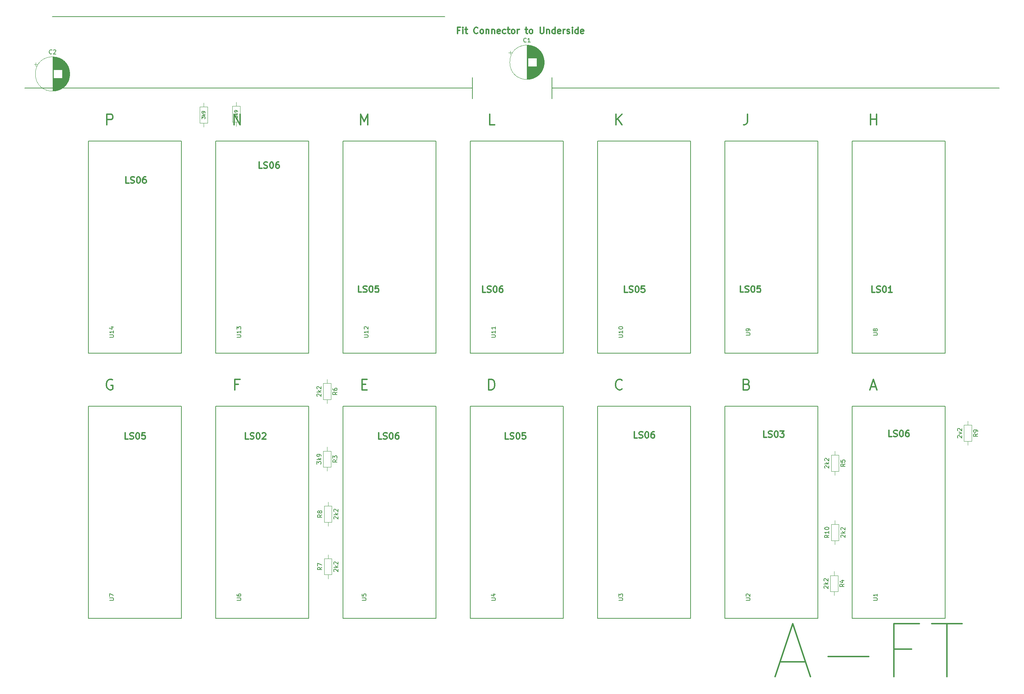
<source format=gbr>
G04 #@! TF.GenerationSoftware,KiCad,Pcbnew,(5.0.0)*
G04 #@! TF.CreationDate,2019-11-09T01:46:13+00:00*
G04 #@! TF.ProjectId,A-FT,412D46542E6B696361645F7063620000,rev?*
G04 #@! TF.SameCoordinates,Original*
G04 #@! TF.FileFunction,Legend,Top*
G04 #@! TF.FilePolarity,Positive*
%FSLAX46Y46*%
G04 Gerber Fmt 4.6, Leading zero omitted, Abs format (unit mm)*
G04 Created by KiCad (PCBNEW (5.0.0)) date 11/09/19 01:46:13*
%MOMM*%
%LPD*%
G01*
G04 APERTURE LIST*
%ADD10C,0.300000*%
%ADD11C,0.200000*%
%ADD12C,0.150000*%
%ADD13C,0.120000*%
%ADD14C,0.127000*%
G04 APERTURE END LIST*
D10*
X45054761Y-51949047D02*
X45054761Y-49409047D01*
X46022380Y-49409047D01*
X46264285Y-49530000D01*
X46385238Y-49650952D01*
X46506190Y-49892857D01*
X46506190Y-50255714D01*
X46385238Y-50497619D01*
X46264285Y-50618571D01*
X46022380Y-50739523D01*
X45054761Y-50739523D01*
X75474285Y-51949047D02*
X75474285Y-49409047D01*
X76925714Y-51949047D01*
X76925714Y-49409047D01*
X105833333Y-51949047D02*
X105833333Y-49409047D01*
X106680000Y-51223333D01*
X107526666Y-49409047D01*
X107526666Y-51949047D01*
X137946190Y-51949047D02*
X136736666Y-51949047D01*
X136736666Y-49409047D01*
X166974761Y-51949047D02*
X166974761Y-49409047D01*
X168426190Y-51949047D02*
X167337619Y-50497619D01*
X168426190Y-49409047D02*
X166974761Y-50860476D01*
X198482857Y-49409047D02*
X198482857Y-51223333D01*
X198361904Y-51586190D01*
X198120000Y-51828095D01*
X197757142Y-51949047D01*
X197515238Y-51949047D01*
X227874285Y-51949047D02*
X227874285Y-49409047D01*
X227874285Y-50618571D02*
X229325714Y-50618571D01*
X229325714Y-51949047D02*
X229325714Y-49409047D01*
X46385238Y-113030000D02*
X46143333Y-112909047D01*
X45780476Y-112909047D01*
X45417619Y-113030000D01*
X45175714Y-113271904D01*
X45054761Y-113513809D01*
X44933809Y-113997619D01*
X44933809Y-114360476D01*
X45054761Y-114844285D01*
X45175714Y-115086190D01*
X45417619Y-115328095D01*
X45780476Y-115449047D01*
X46022380Y-115449047D01*
X46385238Y-115328095D01*
X46506190Y-115207142D01*
X46506190Y-114360476D01*
X46022380Y-114360476D01*
X76562857Y-114118571D02*
X75716190Y-114118571D01*
X75716190Y-115449047D02*
X75716190Y-112909047D01*
X76925714Y-112909047D01*
X106135714Y-114118571D02*
X106982380Y-114118571D01*
X107345238Y-115449047D02*
X106135714Y-115449047D01*
X106135714Y-112909047D01*
X107345238Y-112909047D01*
X136494761Y-115449047D02*
X136494761Y-112909047D01*
X137099523Y-112909047D01*
X137462380Y-113030000D01*
X137704285Y-113271904D01*
X137825238Y-113513809D01*
X137946190Y-113997619D01*
X137946190Y-114360476D01*
X137825238Y-114844285D01*
X137704285Y-115086190D01*
X137462380Y-115328095D01*
X137099523Y-115449047D01*
X136494761Y-115449047D01*
X168426190Y-115207142D02*
X168305238Y-115328095D01*
X167942380Y-115449047D01*
X167700476Y-115449047D01*
X167337619Y-115328095D01*
X167095714Y-115086190D01*
X166974761Y-114844285D01*
X166853809Y-114360476D01*
X166853809Y-113997619D01*
X166974761Y-113513809D01*
X167095714Y-113271904D01*
X167337619Y-113030000D01*
X167700476Y-112909047D01*
X167942380Y-112909047D01*
X168305238Y-113030000D01*
X168426190Y-113150952D01*
X198301428Y-114118571D02*
X198664285Y-114239523D01*
X198785238Y-114360476D01*
X198906190Y-114602380D01*
X198906190Y-114965238D01*
X198785238Y-115207142D01*
X198664285Y-115328095D01*
X198422380Y-115449047D01*
X197454761Y-115449047D01*
X197454761Y-112909047D01*
X198301428Y-112909047D01*
X198543333Y-113030000D01*
X198664285Y-113150952D01*
X198785238Y-113392857D01*
X198785238Y-113634761D01*
X198664285Y-113876666D01*
X198543333Y-113997619D01*
X198301428Y-114118571D01*
X197454761Y-114118571D01*
X227995238Y-114723333D02*
X229204761Y-114723333D01*
X227753333Y-115449047D02*
X228600000Y-112909047D01*
X229446666Y-115449047D01*
X129510071Y-29356857D02*
X129010071Y-29356857D01*
X129010071Y-30142571D02*
X129010071Y-28642571D01*
X129724357Y-28642571D01*
X130295785Y-30142571D02*
X130295785Y-29142571D01*
X130295785Y-28642571D02*
X130224357Y-28714000D01*
X130295785Y-28785428D01*
X130367214Y-28714000D01*
X130295785Y-28642571D01*
X130295785Y-28785428D01*
X130795785Y-29142571D02*
X131367214Y-29142571D01*
X131010071Y-28642571D02*
X131010071Y-29928285D01*
X131081500Y-30071142D01*
X131224357Y-30142571D01*
X131367214Y-30142571D01*
X133867214Y-29999714D02*
X133795785Y-30071142D01*
X133581500Y-30142571D01*
X133438642Y-30142571D01*
X133224357Y-30071142D01*
X133081500Y-29928285D01*
X133010071Y-29785428D01*
X132938642Y-29499714D01*
X132938642Y-29285428D01*
X133010071Y-28999714D01*
X133081500Y-28856857D01*
X133224357Y-28714000D01*
X133438642Y-28642571D01*
X133581500Y-28642571D01*
X133795785Y-28714000D01*
X133867214Y-28785428D01*
X134724357Y-30142571D02*
X134581500Y-30071142D01*
X134510071Y-29999714D01*
X134438642Y-29856857D01*
X134438642Y-29428285D01*
X134510071Y-29285428D01*
X134581500Y-29214000D01*
X134724357Y-29142571D01*
X134938642Y-29142571D01*
X135081500Y-29214000D01*
X135152928Y-29285428D01*
X135224357Y-29428285D01*
X135224357Y-29856857D01*
X135152928Y-29999714D01*
X135081500Y-30071142D01*
X134938642Y-30142571D01*
X134724357Y-30142571D01*
X135867214Y-29142571D02*
X135867214Y-30142571D01*
X135867214Y-29285428D02*
X135938642Y-29214000D01*
X136081500Y-29142571D01*
X136295785Y-29142571D01*
X136438642Y-29214000D01*
X136510071Y-29356857D01*
X136510071Y-30142571D01*
X137224357Y-29142571D02*
X137224357Y-30142571D01*
X137224357Y-29285428D02*
X137295785Y-29214000D01*
X137438642Y-29142571D01*
X137652928Y-29142571D01*
X137795785Y-29214000D01*
X137867214Y-29356857D01*
X137867214Y-30142571D01*
X139152928Y-30071142D02*
X139010071Y-30142571D01*
X138724357Y-30142571D01*
X138581500Y-30071142D01*
X138510071Y-29928285D01*
X138510071Y-29356857D01*
X138581500Y-29214000D01*
X138724357Y-29142571D01*
X139010071Y-29142571D01*
X139152928Y-29214000D01*
X139224357Y-29356857D01*
X139224357Y-29499714D01*
X138510071Y-29642571D01*
X140510071Y-30071142D02*
X140367214Y-30142571D01*
X140081500Y-30142571D01*
X139938642Y-30071142D01*
X139867214Y-29999714D01*
X139795785Y-29856857D01*
X139795785Y-29428285D01*
X139867214Y-29285428D01*
X139938642Y-29214000D01*
X140081500Y-29142571D01*
X140367214Y-29142571D01*
X140510071Y-29214000D01*
X140938642Y-29142571D02*
X141510071Y-29142571D01*
X141152928Y-28642571D02*
X141152928Y-29928285D01*
X141224357Y-30071142D01*
X141367214Y-30142571D01*
X141510071Y-30142571D01*
X142224357Y-30142571D02*
X142081500Y-30071142D01*
X142010071Y-29999714D01*
X141938642Y-29856857D01*
X141938642Y-29428285D01*
X142010071Y-29285428D01*
X142081500Y-29214000D01*
X142224357Y-29142571D01*
X142438642Y-29142571D01*
X142581500Y-29214000D01*
X142652928Y-29285428D01*
X142724357Y-29428285D01*
X142724357Y-29856857D01*
X142652928Y-29999714D01*
X142581500Y-30071142D01*
X142438642Y-30142571D01*
X142224357Y-30142571D01*
X143367214Y-30142571D02*
X143367214Y-29142571D01*
X143367214Y-29428285D02*
X143438642Y-29285428D01*
X143510071Y-29214000D01*
X143652928Y-29142571D01*
X143795785Y-29142571D01*
X145224357Y-29142571D02*
X145795785Y-29142571D01*
X145438642Y-28642571D02*
X145438642Y-29928285D01*
X145510071Y-30071142D01*
X145652928Y-30142571D01*
X145795785Y-30142571D01*
X146510071Y-30142571D02*
X146367214Y-30071142D01*
X146295785Y-29999714D01*
X146224357Y-29856857D01*
X146224357Y-29428285D01*
X146295785Y-29285428D01*
X146367214Y-29214000D01*
X146510071Y-29142571D01*
X146724357Y-29142571D01*
X146867214Y-29214000D01*
X146938642Y-29285428D01*
X147010071Y-29428285D01*
X147010071Y-29856857D01*
X146938642Y-29999714D01*
X146867214Y-30071142D01*
X146724357Y-30142571D01*
X146510071Y-30142571D01*
X148795785Y-28642571D02*
X148795785Y-29856857D01*
X148867214Y-29999714D01*
X148938642Y-30071142D01*
X149081500Y-30142571D01*
X149367214Y-30142571D01*
X149510071Y-30071142D01*
X149581500Y-29999714D01*
X149652928Y-29856857D01*
X149652928Y-28642571D01*
X150367214Y-29142571D02*
X150367214Y-30142571D01*
X150367214Y-29285428D02*
X150438642Y-29214000D01*
X150581500Y-29142571D01*
X150795785Y-29142571D01*
X150938642Y-29214000D01*
X151010071Y-29356857D01*
X151010071Y-30142571D01*
X152367214Y-30142571D02*
X152367214Y-28642571D01*
X152367214Y-30071142D02*
X152224357Y-30142571D01*
X151938642Y-30142571D01*
X151795785Y-30071142D01*
X151724357Y-29999714D01*
X151652928Y-29856857D01*
X151652928Y-29428285D01*
X151724357Y-29285428D01*
X151795785Y-29214000D01*
X151938642Y-29142571D01*
X152224357Y-29142571D01*
X152367214Y-29214000D01*
X153652928Y-30071142D02*
X153510071Y-30142571D01*
X153224357Y-30142571D01*
X153081500Y-30071142D01*
X153010071Y-29928285D01*
X153010071Y-29356857D01*
X153081500Y-29214000D01*
X153224357Y-29142571D01*
X153510071Y-29142571D01*
X153652928Y-29214000D01*
X153724357Y-29356857D01*
X153724357Y-29499714D01*
X153010071Y-29642571D01*
X154367214Y-30142571D02*
X154367214Y-29142571D01*
X154367214Y-29428285D02*
X154438642Y-29285428D01*
X154510071Y-29214000D01*
X154652928Y-29142571D01*
X154795785Y-29142571D01*
X155224357Y-30071142D02*
X155367214Y-30142571D01*
X155652928Y-30142571D01*
X155795785Y-30071142D01*
X155867214Y-29928285D01*
X155867214Y-29856857D01*
X155795785Y-29714000D01*
X155652928Y-29642571D01*
X155438642Y-29642571D01*
X155295785Y-29571142D01*
X155224357Y-29428285D01*
X155224357Y-29356857D01*
X155295785Y-29214000D01*
X155438642Y-29142571D01*
X155652928Y-29142571D01*
X155795785Y-29214000D01*
X156510071Y-30142571D02*
X156510071Y-29142571D01*
X156510071Y-28642571D02*
X156438642Y-28714000D01*
X156510071Y-28785428D01*
X156581500Y-28714000D01*
X156510071Y-28642571D01*
X156510071Y-28785428D01*
X157867214Y-30142571D02*
X157867214Y-28642571D01*
X157867214Y-30071142D02*
X157724357Y-30142571D01*
X157438642Y-30142571D01*
X157295785Y-30071142D01*
X157224357Y-29999714D01*
X157152928Y-29856857D01*
X157152928Y-29428285D01*
X157224357Y-29285428D01*
X157295785Y-29214000D01*
X157438642Y-29142571D01*
X157724357Y-29142571D01*
X157867214Y-29214000D01*
X159152928Y-30071142D02*
X159010071Y-30142571D01*
X158724357Y-30142571D01*
X158581500Y-30071142D01*
X158510071Y-29928285D01*
X158510071Y-29356857D01*
X158581500Y-29214000D01*
X158724357Y-29142571D01*
X159010071Y-29142571D01*
X159152928Y-29214000D01*
X159224357Y-29356857D01*
X159224357Y-29499714D01*
X158510071Y-29642571D01*
X228953428Y-92118571D02*
X228239142Y-92118571D01*
X228239142Y-90618571D01*
X229382000Y-92047142D02*
X229596285Y-92118571D01*
X229953428Y-92118571D01*
X230096285Y-92047142D01*
X230167714Y-91975714D01*
X230239142Y-91832857D01*
X230239142Y-91690000D01*
X230167714Y-91547142D01*
X230096285Y-91475714D01*
X229953428Y-91404285D01*
X229667714Y-91332857D01*
X229524857Y-91261428D01*
X229453428Y-91190000D01*
X229382000Y-91047142D01*
X229382000Y-90904285D01*
X229453428Y-90761428D01*
X229524857Y-90690000D01*
X229667714Y-90618571D01*
X230024857Y-90618571D01*
X230239142Y-90690000D01*
X231167714Y-90618571D02*
X231310571Y-90618571D01*
X231453428Y-90690000D01*
X231524857Y-90761428D01*
X231596285Y-90904285D01*
X231667714Y-91190000D01*
X231667714Y-91547142D01*
X231596285Y-91832857D01*
X231524857Y-91975714D01*
X231453428Y-92047142D01*
X231310571Y-92118571D01*
X231167714Y-92118571D01*
X231024857Y-92047142D01*
X230953428Y-91975714D01*
X230882000Y-91832857D01*
X230810571Y-91547142D01*
X230810571Y-91190000D01*
X230882000Y-90904285D01*
X230953428Y-90761428D01*
X231024857Y-90690000D01*
X231167714Y-90618571D01*
X233096285Y-92118571D02*
X232239142Y-92118571D01*
X232667714Y-92118571D02*
X232667714Y-90618571D01*
X232524857Y-90832857D01*
X232382000Y-90975714D01*
X232239142Y-91047142D01*
X197457428Y-92055071D02*
X196743142Y-92055071D01*
X196743142Y-90555071D01*
X197886000Y-91983642D02*
X198100285Y-92055071D01*
X198457428Y-92055071D01*
X198600285Y-91983642D01*
X198671714Y-91912214D01*
X198743142Y-91769357D01*
X198743142Y-91626500D01*
X198671714Y-91483642D01*
X198600285Y-91412214D01*
X198457428Y-91340785D01*
X198171714Y-91269357D01*
X198028857Y-91197928D01*
X197957428Y-91126500D01*
X197886000Y-90983642D01*
X197886000Y-90840785D01*
X197957428Y-90697928D01*
X198028857Y-90626500D01*
X198171714Y-90555071D01*
X198528857Y-90555071D01*
X198743142Y-90626500D01*
X199671714Y-90555071D02*
X199814571Y-90555071D01*
X199957428Y-90626500D01*
X200028857Y-90697928D01*
X200100285Y-90840785D01*
X200171714Y-91126500D01*
X200171714Y-91483642D01*
X200100285Y-91769357D01*
X200028857Y-91912214D01*
X199957428Y-91983642D01*
X199814571Y-92055071D01*
X199671714Y-92055071D01*
X199528857Y-91983642D01*
X199457428Y-91912214D01*
X199386000Y-91769357D01*
X199314571Y-91483642D01*
X199314571Y-91126500D01*
X199386000Y-90840785D01*
X199457428Y-90697928D01*
X199528857Y-90626500D01*
X199671714Y-90555071D01*
X201528857Y-90555071D02*
X200814571Y-90555071D01*
X200743142Y-91269357D01*
X200814571Y-91197928D01*
X200957428Y-91126500D01*
X201314571Y-91126500D01*
X201457428Y-91197928D01*
X201528857Y-91269357D01*
X201600285Y-91412214D01*
X201600285Y-91769357D01*
X201528857Y-91912214D01*
X201457428Y-91983642D01*
X201314571Y-92055071D01*
X200957428Y-92055071D01*
X200814571Y-91983642D01*
X200743142Y-91912214D01*
X169707928Y-92118571D02*
X168993642Y-92118571D01*
X168993642Y-90618571D01*
X170136500Y-92047142D02*
X170350785Y-92118571D01*
X170707928Y-92118571D01*
X170850785Y-92047142D01*
X170922214Y-91975714D01*
X170993642Y-91832857D01*
X170993642Y-91690000D01*
X170922214Y-91547142D01*
X170850785Y-91475714D01*
X170707928Y-91404285D01*
X170422214Y-91332857D01*
X170279357Y-91261428D01*
X170207928Y-91190000D01*
X170136500Y-91047142D01*
X170136500Y-90904285D01*
X170207928Y-90761428D01*
X170279357Y-90690000D01*
X170422214Y-90618571D01*
X170779357Y-90618571D01*
X170993642Y-90690000D01*
X171922214Y-90618571D02*
X172065071Y-90618571D01*
X172207928Y-90690000D01*
X172279357Y-90761428D01*
X172350785Y-90904285D01*
X172422214Y-91190000D01*
X172422214Y-91547142D01*
X172350785Y-91832857D01*
X172279357Y-91975714D01*
X172207928Y-92047142D01*
X172065071Y-92118571D01*
X171922214Y-92118571D01*
X171779357Y-92047142D01*
X171707928Y-91975714D01*
X171636500Y-91832857D01*
X171565071Y-91547142D01*
X171565071Y-91190000D01*
X171636500Y-90904285D01*
X171707928Y-90761428D01*
X171779357Y-90690000D01*
X171922214Y-90618571D01*
X173779357Y-90618571D02*
X173065071Y-90618571D01*
X172993642Y-91332857D01*
X173065071Y-91261428D01*
X173207928Y-91190000D01*
X173565071Y-91190000D01*
X173707928Y-91261428D01*
X173779357Y-91332857D01*
X173850785Y-91475714D01*
X173850785Y-91832857D01*
X173779357Y-91975714D01*
X173707928Y-92047142D01*
X173565071Y-92118571D01*
X173207928Y-92118571D01*
X173065071Y-92047142D01*
X172993642Y-91975714D01*
X135735428Y-92118571D02*
X135021142Y-92118571D01*
X135021142Y-90618571D01*
X136164000Y-92047142D02*
X136378285Y-92118571D01*
X136735428Y-92118571D01*
X136878285Y-92047142D01*
X136949714Y-91975714D01*
X137021142Y-91832857D01*
X137021142Y-91690000D01*
X136949714Y-91547142D01*
X136878285Y-91475714D01*
X136735428Y-91404285D01*
X136449714Y-91332857D01*
X136306857Y-91261428D01*
X136235428Y-91190000D01*
X136164000Y-91047142D01*
X136164000Y-90904285D01*
X136235428Y-90761428D01*
X136306857Y-90690000D01*
X136449714Y-90618571D01*
X136806857Y-90618571D01*
X137021142Y-90690000D01*
X137949714Y-90618571D02*
X138092571Y-90618571D01*
X138235428Y-90690000D01*
X138306857Y-90761428D01*
X138378285Y-90904285D01*
X138449714Y-91190000D01*
X138449714Y-91547142D01*
X138378285Y-91832857D01*
X138306857Y-91975714D01*
X138235428Y-92047142D01*
X138092571Y-92118571D01*
X137949714Y-92118571D01*
X137806857Y-92047142D01*
X137735428Y-91975714D01*
X137664000Y-91832857D01*
X137592571Y-91547142D01*
X137592571Y-91190000D01*
X137664000Y-90904285D01*
X137735428Y-90761428D01*
X137806857Y-90690000D01*
X137949714Y-90618571D01*
X139735428Y-90618571D02*
X139449714Y-90618571D01*
X139306857Y-90690000D01*
X139235428Y-90761428D01*
X139092571Y-90975714D01*
X139021142Y-91261428D01*
X139021142Y-91832857D01*
X139092571Y-91975714D01*
X139164000Y-92047142D01*
X139306857Y-92118571D01*
X139592571Y-92118571D01*
X139735428Y-92047142D01*
X139806857Y-91975714D01*
X139878285Y-91832857D01*
X139878285Y-91475714D01*
X139806857Y-91332857D01*
X139735428Y-91261428D01*
X139592571Y-91190000D01*
X139306857Y-91190000D01*
X139164000Y-91261428D01*
X139092571Y-91332857D01*
X139021142Y-91475714D01*
X106017428Y-92055071D02*
X105303142Y-92055071D01*
X105303142Y-90555071D01*
X106446000Y-91983642D02*
X106660285Y-92055071D01*
X107017428Y-92055071D01*
X107160285Y-91983642D01*
X107231714Y-91912214D01*
X107303142Y-91769357D01*
X107303142Y-91626500D01*
X107231714Y-91483642D01*
X107160285Y-91412214D01*
X107017428Y-91340785D01*
X106731714Y-91269357D01*
X106588857Y-91197928D01*
X106517428Y-91126500D01*
X106446000Y-90983642D01*
X106446000Y-90840785D01*
X106517428Y-90697928D01*
X106588857Y-90626500D01*
X106731714Y-90555071D01*
X107088857Y-90555071D01*
X107303142Y-90626500D01*
X108231714Y-90555071D02*
X108374571Y-90555071D01*
X108517428Y-90626500D01*
X108588857Y-90697928D01*
X108660285Y-90840785D01*
X108731714Y-91126500D01*
X108731714Y-91483642D01*
X108660285Y-91769357D01*
X108588857Y-91912214D01*
X108517428Y-91983642D01*
X108374571Y-92055071D01*
X108231714Y-92055071D01*
X108088857Y-91983642D01*
X108017428Y-91912214D01*
X107946000Y-91769357D01*
X107874571Y-91483642D01*
X107874571Y-91126500D01*
X107946000Y-90840785D01*
X108017428Y-90697928D01*
X108088857Y-90626500D01*
X108231714Y-90555071D01*
X110088857Y-90555071D02*
X109374571Y-90555071D01*
X109303142Y-91269357D01*
X109374571Y-91197928D01*
X109517428Y-91126500D01*
X109874571Y-91126500D01*
X110017428Y-91197928D01*
X110088857Y-91269357D01*
X110160285Y-91412214D01*
X110160285Y-91769357D01*
X110088857Y-91912214D01*
X110017428Y-91983642D01*
X109874571Y-92055071D01*
X109517428Y-92055071D01*
X109374571Y-91983642D01*
X109303142Y-91912214D01*
X82204928Y-62400571D02*
X81490642Y-62400571D01*
X81490642Y-60900571D01*
X82633500Y-62329142D02*
X82847785Y-62400571D01*
X83204928Y-62400571D01*
X83347785Y-62329142D01*
X83419214Y-62257714D01*
X83490642Y-62114857D01*
X83490642Y-61972000D01*
X83419214Y-61829142D01*
X83347785Y-61757714D01*
X83204928Y-61686285D01*
X82919214Y-61614857D01*
X82776357Y-61543428D01*
X82704928Y-61472000D01*
X82633500Y-61329142D01*
X82633500Y-61186285D01*
X82704928Y-61043428D01*
X82776357Y-60972000D01*
X82919214Y-60900571D01*
X83276357Y-60900571D01*
X83490642Y-60972000D01*
X84419214Y-60900571D02*
X84562071Y-60900571D01*
X84704928Y-60972000D01*
X84776357Y-61043428D01*
X84847785Y-61186285D01*
X84919214Y-61472000D01*
X84919214Y-61829142D01*
X84847785Y-62114857D01*
X84776357Y-62257714D01*
X84704928Y-62329142D01*
X84562071Y-62400571D01*
X84419214Y-62400571D01*
X84276357Y-62329142D01*
X84204928Y-62257714D01*
X84133500Y-62114857D01*
X84062071Y-61829142D01*
X84062071Y-61472000D01*
X84133500Y-61186285D01*
X84204928Y-61043428D01*
X84276357Y-60972000D01*
X84419214Y-60900571D01*
X86204928Y-60900571D02*
X85919214Y-60900571D01*
X85776357Y-60972000D01*
X85704928Y-61043428D01*
X85562071Y-61257714D01*
X85490642Y-61543428D01*
X85490642Y-62114857D01*
X85562071Y-62257714D01*
X85633500Y-62329142D01*
X85776357Y-62400571D01*
X86062071Y-62400571D01*
X86204928Y-62329142D01*
X86276357Y-62257714D01*
X86347785Y-62114857D01*
X86347785Y-61757714D01*
X86276357Y-61614857D01*
X86204928Y-61543428D01*
X86062071Y-61472000D01*
X85776357Y-61472000D01*
X85633500Y-61543428D01*
X85562071Y-61614857D01*
X85490642Y-61757714D01*
X50327928Y-65956571D02*
X49613642Y-65956571D01*
X49613642Y-64456571D01*
X50756500Y-65885142D02*
X50970785Y-65956571D01*
X51327928Y-65956571D01*
X51470785Y-65885142D01*
X51542214Y-65813714D01*
X51613642Y-65670857D01*
X51613642Y-65528000D01*
X51542214Y-65385142D01*
X51470785Y-65313714D01*
X51327928Y-65242285D01*
X51042214Y-65170857D01*
X50899357Y-65099428D01*
X50827928Y-65028000D01*
X50756500Y-64885142D01*
X50756500Y-64742285D01*
X50827928Y-64599428D01*
X50899357Y-64528000D01*
X51042214Y-64456571D01*
X51399357Y-64456571D01*
X51613642Y-64528000D01*
X52542214Y-64456571D02*
X52685071Y-64456571D01*
X52827928Y-64528000D01*
X52899357Y-64599428D01*
X52970785Y-64742285D01*
X53042214Y-65028000D01*
X53042214Y-65385142D01*
X52970785Y-65670857D01*
X52899357Y-65813714D01*
X52827928Y-65885142D01*
X52685071Y-65956571D01*
X52542214Y-65956571D01*
X52399357Y-65885142D01*
X52327928Y-65813714D01*
X52256500Y-65670857D01*
X52185071Y-65385142D01*
X52185071Y-65028000D01*
X52256500Y-64742285D01*
X52327928Y-64599428D01*
X52399357Y-64528000D01*
X52542214Y-64456571D01*
X54327928Y-64456571D02*
X54042214Y-64456571D01*
X53899357Y-64528000D01*
X53827928Y-64599428D01*
X53685071Y-64813714D01*
X53613642Y-65099428D01*
X53613642Y-65670857D01*
X53685071Y-65813714D01*
X53756500Y-65885142D01*
X53899357Y-65956571D01*
X54185071Y-65956571D01*
X54327928Y-65885142D01*
X54399357Y-65813714D01*
X54470785Y-65670857D01*
X54470785Y-65313714D01*
X54399357Y-65170857D01*
X54327928Y-65099428D01*
X54185071Y-65028000D01*
X53899357Y-65028000D01*
X53756500Y-65099428D01*
X53685071Y-65170857D01*
X53613642Y-65313714D01*
X50137428Y-127234071D02*
X49423142Y-127234071D01*
X49423142Y-125734071D01*
X50566000Y-127162642D02*
X50780285Y-127234071D01*
X51137428Y-127234071D01*
X51280285Y-127162642D01*
X51351714Y-127091214D01*
X51423142Y-126948357D01*
X51423142Y-126805500D01*
X51351714Y-126662642D01*
X51280285Y-126591214D01*
X51137428Y-126519785D01*
X50851714Y-126448357D01*
X50708857Y-126376928D01*
X50637428Y-126305500D01*
X50566000Y-126162642D01*
X50566000Y-126019785D01*
X50637428Y-125876928D01*
X50708857Y-125805500D01*
X50851714Y-125734071D01*
X51208857Y-125734071D01*
X51423142Y-125805500D01*
X52351714Y-125734071D02*
X52494571Y-125734071D01*
X52637428Y-125805500D01*
X52708857Y-125876928D01*
X52780285Y-126019785D01*
X52851714Y-126305500D01*
X52851714Y-126662642D01*
X52780285Y-126948357D01*
X52708857Y-127091214D01*
X52637428Y-127162642D01*
X52494571Y-127234071D01*
X52351714Y-127234071D01*
X52208857Y-127162642D01*
X52137428Y-127091214D01*
X52066000Y-126948357D01*
X51994571Y-126662642D01*
X51994571Y-126305500D01*
X52066000Y-126019785D01*
X52137428Y-125876928D01*
X52208857Y-125805500D01*
X52351714Y-125734071D01*
X54208857Y-125734071D02*
X53494571Y-125734071D01*
X53423142Y-126448357D01*
X53494571Y-126376928D01*
X53637428Y-126305500D01*
X53994571Y-126305500D01*
X54137428Y-126376928D01*
X54208857Y-126448357D01*
X54280285Y-126591214D01*
X54280285Y-126948357D01*
X54208857Y-127091214D01*
X54137428Y-127162642D01*
X53994571Y-127234071D01*
X53637428Y-127234071D01*
X53494571Y-127162642D01*
X53423142Y-127091214D01*
X78966428Y-127234071D02*
X78252142Y-127234071D01*
X78252142Y-125734071D01*
X79395000Y-127162642D02*
X79609285Y-127234071D01*
X79966428Y-127234071D01*
X80109285Y-127162642D01*
X80180714Y-127091214D01*
X80252142Y-126948357D01*
X80252142Y-126805500D01*
X80180714Y-126662642D01*
X80109285Y-126591214D01*
X79966428Y-126519785D01*
X79680714Y-126448357D01*
X79537857Y-126376928D01*
X79466428Y-126305500D01*
X79395000Y-126162642D01*
X79395000Y-126019785D01*
X79466428Y-125876928D01*
X79537857Y-125805500D01*
X79680714Y-125734071D01*
X80037857Y-125734071D01*
X80252142Y-125805500D01*
X81180714Y-125734071D02*
X81323571Y-125734071D01*
X81466428Y-125805500D01*
X81537857Y-125876928D01*
X81609285Y-126019785D01*
X81680714Y-126305500D01*
X81680714Y-126662642D01*
X81609285Y-126948357D01*
X81537857Y-127091214D01*
X81466428Y-127162642D01*
X81323571Y-127234071D01*
X81180714Y-127234071D01*
X81037857Y-127162642D01*
X80966428Y-127091214D01*
X80895000Y-126948357D01*
X80823571Y-126662642D01*
X80823571Y-126305500D01*
X80895000Y-126019785D01*
X80966428Y-125876928D01*
X81037857Y-125805500D01*
X81180714Y-125734071D01*
X82252142Y-125876928D02*
X82323571Y-125805500D01*
X82466428Y-125734071D01*
X82823571Y-125734071D01*
X82966428Y-125805500D01*
X83037857Y-125876928D01*
X83109285Y-126019785D01*
X83109285Y-126162642D01*
X83037857Y-126376928D01*
X82180714Y-127234071D01*
X83109285Y-127234071D01*
X110843428Y-127234071D02*
X110129142Y-127234071D01*
X110129142Y-125734071D01*
X111272000Y-127162642D02*
X111486285Y-127234071D01*
X111843428Y-127234071D01*
X111986285Y-127162642D01*
X112057714Y-127091214D01*
X112129142Y-126948357D01*
X112129142Y-126805500D01*
X112057714Y-126662642D01*
X111986285Y-126591214D01*
X111843428Y-126519785D01*
X111557714Y-126448357D01*
X111414857Y-126376928D01*
X111343428Y-126305500D01*
X111272000Y-126162642D01*
X111272000Y-126019785D01*
X111343428Y-125876928D01*
X111414857Y-125805500D01*
X111557714Y-125734071D01*
X111914857Y-125734071D01*
X112129142Y-125805500D01*
X113057714Y-125734071D02*
X113200571Y-125734071D01*
X113343428Y-125805500D01*
X113414857Y-125876928D01*
X113486285Y-126019785D01*
X113557714Y-126305500D01*
X113557714Y-126662642D01*
X113486285Y-126948357D01*
X113414857Y-127091214D01*
X113343428Y-127162642D01*
X113200571Y-127234071D01*
X113057714Y-127234071D01*
X112914857Y-127162642D01*
X112843428Y-127091214D01*
X112772000Y-126948357D01*
X112700571Y-126662642D01*
X112700571Y-126305500D01*
X112772000Y-126019785D01*
X112843428Y-125876928D01*
X112914857Y-125805500D01*
X113057714Y-125734071D01*
X114843428Y-125734071D02*
X114557714Y-125734071D01*
X114414857Y-125805500D01*
X114343428Y-125876928D01*
X114200571Y-126091214D01*
X114129142Y-126376928D01*
X114129142Y-126948357D01*
X114200571Y-127091214D01*
X114272000Y-127162642D01*
X114414857Y-127234071D01*
X114700571Y-127234071D01*
X114843428Y-127162642D01*
X114914857Y-127091214D01*
X114986285Y-126948357D01*
X114986285Y-126591214D01*
X114914857Y-126448357D01*
X114843428Y-126376928D01*
X114700571Y-126305500D01*
X114414857Y-126305500D01*
X114272000Y-126376928D01*
X114200571Y-126448357D01*
X114129142Y-126591214D01*
X141196428Y-127234071D02*
X140482142Y-127234071D01*
X140482142Y-125734071D01*
X141625000Y-127162642D02*
X141839285Y-127234071D01*
X142196428Y-127234071D01*
X142339285Y-127162642D01*
X142410714Y-127091214D01*
X142482142Y-126948357D01*
X142482142Y-126805500D01*
X142410714Y-126662642D01*
X142339285Y-126591214D01*
X142196428Y-126519785D01*
X141910714Y-126448357D01*
X141767857Y-126376928D01*
X141696428Y-126305500D01*
X141625000Y-126162642D01*
X141625000Y-126019785D01*
X141696428Y-125876928D01*
X141767857Y-125805500D01*
X141910714Y-125734071D01*
X142267857Y-125734071D01*
X142482142Y-125805500D01*
X143410714Y-125734071D02*
X143553571Y-125734071D01*
X143696428Y-125805500D01*
X143767857Y-125876928D01*
X143839285Y-126019785D01*
X143910714Y-126305500D01*
X143910714Y-126662642D01*
X143839285Y-126948357D01*
X143767857Y-127091214D01*
X143696428Y-127162642D01*
X143553571Y-127234071D01*
X143410714Y-127234071D01*
X143267857Y-127162642D01*
X143196428Y-127091214D01*
X143125000Y-126948357D01*
X143053571Y-126662642D01*
X143053571Y-126305500D01*
X143125000Y-126019785D01*
X143196428Y-125876928D01*
X143267857Y-125805500D01*
X143410714Y-125734071D01*
X145267857Y-125734071D02*
X144553571Y-125734071D01*
X144482142Y-126448357D01*
X144553571Y-126376928D01*
X144696428Y-126305500D01*
X145053571Y-126305500D01*
X145196428Y-126376928D01*
X145267857Y-126448357D01*
X145339285Y-126591214D01*
X145339285Y-126948357D01*
X145267857Y-127091214D01*
X145196428Y-127162642D01*
X145053571Y-127234071D01*
X144696428Y-127234071D01*
X144553571Y-127162642D01*
X144482142Y-127091214D01*
X172057428Y-126980071D02*
X171343142Y-126980071D01*
X171343142Y-125480071D01*
X172486000Y-126908642D02*
X172700285Y-126980071D01*
X173057428Y-126980071D01*
X173200285Y-126908642D01*
X173271714Y-126837214D01*
X173343142Y-126694357D01*
X173343142Y-126551500D01*
X173271714Y-126408642D01*
X173200285Y-126337214D01*
X173057428Y-126265785D01*
X172771714Y-126194357D01*
X172628857Y-126122928D01*
X172557428Y-126051500D01*
X172486000Y-125908642D01*
X172486000Y-125765785D01*
X172557428Y-125622928D01*
X172628857Y-125551500D01*
X172771714Y-125480071D01*
X173128857Y-125480071D01*
X173343142Y-125551500D01*
X174271714Y-125480071D02*
X174414571Y-125480071D01*
X174557428Y-125551500D01*
X174628857Y-125622928D01*
X174700285Y-125765785D01*
X174771714Y-126051500D01*
X174771714Y-126408642D01*
X174700285Y-126694357D01*
X174628857Y-126837214D01*
X174557428Y-126908642D01*
X174414571Y-126980071D01*
X174271714Y-126980071D01*
X174128857Y-126908642D01*
X174057428Y-126837214D01*
X173986000Y-126694357D01*
X173914571Y-126408642D01*
X173914571Y-126051500D01*
X173986000Y-125765785D01*
X174057428Y-125622928D01*
X174128857Y-125551500D01*
X174271714Y-125480071D01*
X176057428Y-125480071D02*
X175771714Y-125480071D01*
X175628857Y-125551500D01*
X175557428Y-125622928D01*
X175414571Y-125837214D01*
X175343142Y-126122928D01*
X175343142Y-126694357D01*
X175414571Y-126837214D01*
X175486000Y-126908642D01*
X175628857Y-126980071D01*
X175914571Y-126980071D01*
X176057428Y-126908642D01*
X176128857Y-126837214D01*
X176200285Y-126694357D01*
X176200285Y-126337214D01*
X176128857Y-126194357D01*
X176057428Y-126122928D01*
X175914571Y-126051500D01*
X175628857Y-126051500D01*
X175486000Y-126122928D01*
X175414571Y-126194357D01*
X175343142Y-126337214D01*
X203045428Y-126789571D02*
X202331142Y-126789571D01*
X202331142Y-125289571D01*
X203474000Y-126718142D02*
X203688285Y-126789571D01*
X204045428Y-126789571D01*
X204188285Y-126718142D01*
X204259714Y-126646714D01*
X204331142Y-126503857D01*
X204331142Y-126361000D01*
X204259714Y-126218142D01*
X204188285Y-126146714D01*
X204045428Y-126075285D01*
X203759714Y-126003857D01*
X203616857Y-125932428D01*
X203545428Y-125861000D01*
X203474000Y-125718142D01*
X203474000Y-125575285D01*
X203545428Y-125432428D01*
X203616857Y-125361000D01*
X203759714Y-125289571D01*
X204116857Y-125289571D01*
X204331142Y-125361000D01*
X205259714Y-125289571D02*
X205402571Y-125289571D01*
X205545428Y-125361000D01*
X205616857Y-125432428D01*
X205688285Y-125575285D01*
X205759714Y-125861000D01*
X205759714Y-126218142D01*
X205688285Y-126503857D01*
X205616857Y-126646714D01*
X205545428Y-126718142D01*
X205402571Y-126789571D01*
X205259714Y-126789571D01*
X205116857Y-126718142D01*
X205045428Y-126646714D01*
X204974000Y-126503857D01*
X204902571Y-126218142D01*
X204902571Y-125861000D01*
X204974000Y-125575285D01*
X205045428Y-125432428D01*
X205116857Y-125361000D01*
X205259714Y-125289571D01*
X206259714Y-125289571D02*
X207188285Y-125289571D01*
X206688285Y-125861000D01*
X206902571Y-125861000D01*
X207045428Y-125932428D01*
X207116857Y-126003857D01*
X207188285Y-126146714D01*
X207188285Y-126503857D01*
X207116857Y-126646714D01*
X207045428Y-126718142D01*
X206902571Y-126789571D01*
X206474000Y-126789571D01*
X206331142Y-126718142D01*
X206259714Y-126646714D01*
X233017428Y-126662571D02*
X232303142Y-126662571D01*
X232303142Y-125162571D01*
X233446000Y-126591142D02*
X233660285Y-126662571D01*
X234017428Y-126662571D01*
X234160285Y-126591142D01*
X234231714Y-126519714D01*
X234303142Y-126376857D01*
X234303142Y-126234000D01*
X234231714Y-126091142D01*
X234160285Y-126019714D01*
X234017428Y-125948285D01*
X233731714Y-125876857D01*
X233588857Y-125805428D01*
X233517428Y-125734000D01*
X233446000Y-125591142D01*
X233446000Y-125448285D01*
X233517428Y-125305428D01*
X233588857Y-125234000D01*
X233731714Y-125162571D01*
X234088857Y-125162571D01*
X234303142Y-125234000D01*
X235231714Y-125162571D02*
X235374571Y-125162571D01*
X235517428Y-125234000D01*
X235588857Y-125305428D01*
X235660285Y-125448285D01*
X235731714Y-125734000D01*
X235731714Y-126091142D01*
X235660285Y-126376857D01*
X235588857Y-126519714D01*
X235517428Y-126591142D01*
X235374571Y-126662571D01*
X235231714Y-126662571D01*
X235088857Y-126591142D01*
X235017428Y-126519714D01*
X234946000Y-126376857D01*
X234874571Y-126091142D01*
X234874571Y-125734000D01*
X234946000Y-125448285D01*
X235017428Y-125305428D01*
X235088857Y-125234000D01*
X235231714Y-125162571D01*
X237017428Y-125162571D02*
X236731714Y-125162571D01*
X236588857Y-125234000D01*
X236517428Y-125305428D01*
X236374571Y-125519714D01*
X236303142Y-125805428D01*
X236303142Y-126376857D01*
X236374571Y-126519714D01*
X236446000Y-126591142D01*
X236588857Y-126662571D01*
X236874571Y-126662571D01*
X237017428Y-126591142D01*
X237088857Y-126519714D01*
X237160285Y-126376857D01*
X237160285Y-126019714D01*
X237088857Y-125876857D01*
X237017428Y-125805428D01*
X236874571Y-125734000D01*
X236588857Y-125734000D01*
X236446000Y-125805428D01*
X236374571Y-125876857D01*
X236303142Y-126019714D01*
D11*
X32004000Y-26098500D02*
X125984000Y-26098500D01*
X151599900Y-40640000D02*
X151599900Y-45720000D01*
X151599900Y-43180000D02*
X258749800Y-43180000D01*
X132549900Y-40640000D02*
X132549900Y-45720000D01*
X25400000Y-43180000D02*
X132549900Y-43180000D01*
D10*
X206290333Y-180551666D02*
X212337952Y-180551666D01*
X205080809Y-184180238D02*
X209314142Y-171480238D01*
X213547476Y-184180238D01*
X217780809Y-179342142D02*
X227457000Y-179342142D01*
X237737952Y-177527857D02*
X233504619Y-177527857D01*
X233504619Y-184180238D02*
X233504619Y-171480238D01*
X239552238Y-171480238D01*
X242576047Y-171480238D02*
X249833190Y-171480238D01*
X246204619Y-184180238D02*
X246204619Y-171480238D01*
D12*
G04 #@! TO.C,U8*
X245745000Y-106680000D02*
X223520000Y-106680000D01*
X245745000Y-55880000D02*
X245745000Y-106680000D01*
X223520000Y-55880000D02*
X245745000Y-55880000D01*
X223520000Y-106680000D02*
X223520000Y-55880000D01*
G04 #@! TO.C,U1*
X245745000Y-170180000D02*
X223520000Y-170180000D01*
X245745000Y-119380000D02*
X245745000Y-170180000D01*
X223520000Y-119380000D02*
X245745000Y-119380000D01*
X223520000Y-170180000D02*
X223520000Y-119380000D01*
G04 #@! TO.C,U12*
X123825000Y-106680000D02*
X101600000Y-106680000D01*
X123825000Y-55880000D02*
X123825000Y-106680000D01*
X101600000Y-55880000D02*
X123825000Y-55880000D01*
X101600000Y-106680000D02*
X101600000Y-55880000D01*
G04 #@! TO.C,U11*
X154305000Y-106680000D02*
X132080000Y-106680000D01*
X154305000Y-55880000D02*
X154305000Y-106680000D01*
X132080000Y-55880000D02*
X154305000Y-55880000D01*
X132080000Y-106680000D02*
X132080000Y-55880000D01*
G04 #@! TO.C,U14*
X62865000Y-106680000D02*
X40640000Y-106680000D01*
X62865000Y-55880000D02*
X62865000Y-106680000D01*
X40640000Y-55880000D02*
X62865000Y-55880000D01*
X40640000Y-106680000D02*
X40640000Y-55880000D01*
G04 #@! TO.C,U13*
X93345000Y-106680000D02*
X71120000Y-106680000D01*
X93345000Y-55880000D02*
X93345000Y-106680000D01*
X71120000Y-55880000D02*
X93345000Y-55880000D01*
X71120000Y-106680000D02*
X71120000Y-55880000D01*
D13*
G04 #@! TO.C,R3*
X98720000Y-130090000D02*
X96880000Y-130090000D01*
X96880000Y-130090000D02*
X96880000Y-133930000D01*
X96880000Y-133930000D02*
X98720000Y-133930000D01*
X98720000Y-133930000D02*
X98720000Y-130090000D01*
X97800000Y-129140000D02*
X97800000Y-130090000D01*
X97800000Y-134880000D02*
X97800000Y-133930000D01*
G04 #@! TO.C,R4*
X220120000Y-159890000D02*
X218280000Y-159890000D01*
X218280000Y-159890000D02*
X218280000Y-163730000D01*
X218280000Y-163730000D02*
X220120000Y-163730000D01*
X220120000Y-163730000D02*
X220120000Y-159890000D01*
X219200000Y-158940000D02*
X219200000Y-159890000D01*
X219200000Y-164680000D02*
X219200000Y-163730000D01*
G04 #@! TO.C,R5*
X220320000Y-131090000D02*
X218480000Y-131090000D01*
X218480000Y-131090000D02*
X218480000Y-134930000D01*
X218480000Y-134930000D02*
X220320000Y-134930000D01*
X220320000Y-134930000D02*
X220320000Y-131090000D01*
X219400000Y-130140000D02*
X219400000Y-131090000D01*
X219400000Y-135880000D02*
X219400000Y-134930000D01*
G04 #@! TO.C,R6*
X98720000Y-113890000D02*
X96880000Y-113890000D01*
X96880000Y-113890000D02*
X96880000Y-117730000D01*
X96880000Y-117730000D02*
X98720000Y-117730000D01*
X98720000Y-117730000D02*
X98720000Y-113890000D01*
X97800000Y-112940000D02*
X97800000Y-113890000D01*
X97800000Y-118680000D02*
X97800000Y-117730000D01*
G04 #@! TO.C,R7*
X97080000Y-159710000D02*
X98920000Y-159710000D01*
X98920000Y-159710000D02*
X98920000Y-155870000D01*
X98920000Y-155870000D02*
X97080000Y-155870000D01*
X97080000Y-155870000D02*
X97080000Y-159710000D01*
X98000000Y-160660000D02*
X98000000Y-159710000D01*
X98000000Y-154920000D02*
X98000000Y-155870000D01*
G04 #@! TO.C,R8*
X97080000Y-147110000D02*
X98920000Y-147110000D01*
X98920000Y-147110000D02*
X98920000Y-143270000D01*
X98920000Y-143270000D02*
X97080000Y-143270000D01*
X97080000Y-143270000D02*
X97080000Y-147110000D01*
X98000000Y-148060000D02*
X98000000Y-147110000D01*
X98000000Y-142320000D02*
X98000000Y-143270000D01*
G04 #@! TO.C,R9*
X252120000Y-123890000D02*
X250280000Y-123890000D01*
X250280000Y-123890000D02*
X250280000Y-127730000D01*
X250280000Y-127730000D02*
X252120000Y-127730000D01*
X252120000Y-127730000D02*
X252120000Y-123890000D01*
X251200000Y-122940000D02*
X251200000Y-123890000D01*
X251200000Y-128680000D02*
X251200000Y-127730000D01*
G04 #@! TO.C,R10*
X218480000Y-151510000D02*
X220320000Y-151510000D01*
X220320000Y-151510000D02*
X220320000Y-147670000D01*
X220320000Y-147670000D02*
X218480000Y-147670000D01*
X218480000Y-147670000D02*
X218480000Y-151510000D01*
X219400000Y-152460000D02*
X219400000Y-151510000D01*
X219400000Y-146720000D02*
X219400000Y-147670000D01*
D12*
G04 #@! TO.C,U2*
X215265000Y-170180000D02*
X193040000Y-170180000D01*
X215265000Y-119380000D02*
X215265000Y-170180000D01*
X193040000Y-119380000D02*
X215265000Y-119380000D01*
X193040000Y-170180000D02*
X193040000Y-119380000D01*
G04 #@! TO.C,U3*
X184785000Y-170180000D02*
X162560000Y-170180000D01*
X184785000Y-119380000D02*
X184785000Y-170180000D01*
X162560000Y-119380000D02*
X184785000Y-119380000D01*
X162560000Y-170180000D02*
X162560000Y-119380000D01*
G04 #@! TO.C,U4*
X154305000Y-170180000D02*
X132080000Y-170180000D01*
X154305000Y-119380000D02*
X154305000Y-170180000D01*
X132080000Y-119380000D02*
X154305000Y-119380000D01*
X132080000Y-170180000D02*
X132080000Y-119380000D01*
G04 #@! TO.C,U5*
X123825000Y-170180000D02*
X101600000Y-170180000D01*
X123825000Y-119380000D02*
X123825000Y-170180000D01*
X101600000Y-119380000D02*
X123825000Y-119380000D01*
X101600000Y-170180000D02*
X101600000Y-119380000D01*
G04 #@! TO.C,U6*
X93345000Y-170180000D02*
X71120000Y-170180000D01*
X93345000Y-119380000D02*
X93345000Y-170180000D01*
X71120000Y-119380000D02*
X93345000Y-119380000D01*
X71120000Y-170180000D02*
X71120000Y-119380000D01*
G04 #@! TO.C,U7*
X62865000Y-170180000D02*
X40640000Y-170180000D01*
X62865000Y-119380000D02*
X62865000Y-170180000D01*
X40640000Y-119380000D02*
X62865000Y-119380000D01*
X40640000Y-170180000D02*
X40640000Y-119380000D01*
G04 #@! TO.C,U9*
X215265000Y-106680000D02*
X193040000Y-106680000D01*
X215265000Y-55880000D02*
X215265000Y-106680000D01*
X193040000Y-55880000D02*
X215265000Y-55880000D01*
X193040000Y-106680000D02*
X193040000Y-55880000D01*
G04 #@! TO.C,U10*
X184785000Y-106680000D02*
X162560000Y-106680000D01*
X184785000Y-55880000D02*
X184785000Y-106680000D01*
X162560000Y-55880000D02*
X184785000Y-55880000D01*
X162560000Y-106680000D02*
X162560000Y-55880000D01*
D13*
G04 #@! TO.C,C1*
X141640302Y-34285000D02*
X141640302Y-35085000D01*
X141240302Y-34685000D02*
X142040302Y-34685000D01*
X149731000Y-36467000D02*
X149731000Y-37533000D01*
X149691000Y-36232000D02*
X149691000Y-37768000D01*
X149651000Y-36052000D02*
X149651000Y-37948000D01*
X149611000Y-35902000D02*
X149611000Y-38098000D01*
X149571000Y-35771000D02*
X149571000Y-38229000D01*
X149531000Y-35654000D02*
X149531000Y-38346000D01*
X149491000Y-35547000D02*
X149491000Y-38453000D01*
X149451000Y-35448000D02*
X149451000Y-38552000D01*
X149411000Y-35355000D02*
X149411000Y-38645000D01*
X149371000Y-35269000D02*
X149371000Y-38731000D01*
X149331000Y-35187000D02*
X149331000Y-38813000D01*
X149291000Y-35110000D02*
X149291000Y-38890000D01*
X149251000Y-35036000D02*
X149251000Y-38964000D01*
X149211000Y-34966000D02*
X149211000Y-39034000D01*
X149171000Y-34898000D02*
X149171000Y-39102000D01*
X149131000Y-34834000D02*
X149131000Y-39166000D01*
X149091000Y-34772000D02*
X149091000Y-39228000D01*
X149051000Y-34713000D02*
X149051000Y-39287000D01*
X149011000Y-34655000D02*
X149011000Y-39345000D01*
X148971000Y-34600000D02*
X148971000Y-39400000D01*
X148931000Y-34546000D02*
X148931000Y-39454000D01*
X148891000Y-34495000D02*
X148891000Y-39505000D01*
X148851000Y-34444000D02*
X148851000Y-39556000D01*
X148811000Y-34396000D02*
X148811000Y-39604000D01*
X148771000Y-34349000D02*
X148771000Y-39651000D01*
X148731000Y-34303000D02*
X148731000Y-39697000D01*
X148691000Y-34259000D02*
X148691000Y-39741000D01*
X148651000Y-34216000D02*
X148651000Y-39784000D01*
X148611000Y-34174000D02*
X148611000Y-39826000D01*
X148571000Y-34133000D02*
X148571000Y-39867000D01*
X148531000Y-34093000D02*
X148531000Y-39907000D01*
X148491000Y-34055000D02*
X148491000Y-39945000D01*
X148451000Y-34017000D02*
X148451000Y-39983000D01*
X148411000Y-33981000D02*
X148411000Y-40019000D01*
X148371000Y-33945000D02*
X148371000Y-40055000D01*
X148331000Y-33910000D02*
X148331000Y-40090000D01*
X148291000Y-33876000D02*
X148291000Y-40124000D01*
X148251000Y-33844000D02*
X148251000Y-40156000D01*
X148211000Y-33811000D02*
X148211000Y-40189000D01*
X148171000Y-33780000D02*
X148171000Y-40220000D01*
X148131000Y-33750000D02*
X148131000Y-40250000D01*
X148091000Y-33720000D02*
X148091000Y-40280000D01*
X148051000Y-33691000D02*
X148051000Y-40309000D01*
X148011000Y-33662000D02*
X148011000Y-40338000D01*
X147971000Y-33635000D02*
X147971000Y-40365000D01*
X147931000Y-38040000D02*
X147931000Y-40392000D01*
X147931000Y-33608000D02*
X147931000Y-35960000D01*
X147891000Y-38040000D02*
X147891000Y-40418000D01*
X147891000Y-33582000D02*
X147891000Y-35960000D01*
X147851000Y-38040000D02*
X147851000Y-40444000D01*
X147851000Y-33556000D02*
X147851000Y-35960000D01*
X147811000Y-38040000D02*
X147811000Y-40469000D01*
X147811000Y-33531000D02*
X147811000Y-35960000D01*
X147771000Y-38040000D02*
X147771000Y-40493000D01*
X147771000Y-33507000D02*
X147771000Y-35960000D01*
X147731000Y-38040000D02*
X147731000Y-40517000D01*
X147731000Y-33483000D02*
X147731000Y-35960000D01*
X147691000Y-38040000D02*
X147691000Y-40540000D01*
X147691000Y-33460000D02*
X147691000Y-35960000D01*
X147651000Y-38040000D02*
X147651000Y-40562000D01*
X147651000Y-33438000D02*
X147651000Y-35960000D01*
X147611000Y-38040000D02*
X147611000Y-40584000D01*
X147611000Y-33416000D02*
X147611000Y-35960000D01*
X147571000Y-38040000D02*
X147571000Y-40606000D01*
X147571000Y-33394000D02*
X147571000Y-35960000D01*
X147531000Y-38040000D02*
X147531000Y-40627000D01*
X147531000Y-33373000D02*
X147531000Y-35960000D01*
X147491000Y-38040000D02*
X147491000Y-40647000D01*
X147491000Y-33353000D02*
X147491000Y-35960000D01*
X147451000Y-38040000D02*
X147451000Y-40666000D01*
X147451000Y-33334000D02*
X147451000Y-35960000D01*
X147411000Y-38040000D02*
X147411000Y-40686000D01*
X147411000Y-33314000D02*
X147411000Y-35960000D01*
X147371000Y-38040000D02*
X147371000Y-40704000D01*
X147371000Y-33296000D02*
X147371000Y-35960000D01*
X147331000Y-38040000D02*
X147331000Y-40722000D01*
X147331000Y-33278000D02*
X147331000Y-35960000D01*
X147291000Y-38040000D02*
X147291000Y-40740000D01*
X147291000Y-33260000D02*
X147291000Y-35960000D01*
X147251000Y-38040000D02*
X147251000Y-40757000D01*
X147251000Y-33243000D02*
X147251000Y-35960000D01*
X147211000Y-38040000D02*
X147211000Y-40774000D01*
X147211000Y-33226000D02*
X147211000Y-35960000D01*
X147171000Y-38040000D02*
X147171000Y-40790000D01*
X147171000Y-33210000D02*
X147171000Y-35960000D01*
X147131000Y-38040000D02*
X147131000Y-40805000D01*
X147131000Y-33195000D02*
X147131000Y-35960000D01*
X147091000Y-38040000D02*
X147091000Y-40821000D01*
X147091000Y-33179000D02*
X147091000Y-35960000D01*
X147051000Y-38040000D02*
X147051000Y-40835000D01*
X147051000Y-33165000D02*
X147051000Y-35960000D01*
X147011000Y-38040000D02*
X147011000Y-40850000D01*
X147011000Y-33150000D02*
X147011000Y-35960000D01*
X146971000Y-38040000D02*
X146971000Y-40863000D01*
X146971000Y-33137000D02*
X146971000Y-35960000D01*
X146931000Y-38040000D02*
X146931000Y-40877000D01*
X146931000Y-33123000D02*
X146931000Y-35960000D01*
X146891000Y-38040000D02*
X146891000Y-40889000D01*
X146891000Y-33111000D02*
X146891000Y-35960000D01*
X146851000Y-38040000D02*
X146851000Y-40902000D01*
X146851000Y-33098000D02*
X146851000Y-35960000D01*
X146811000Y-38040000D02*
X146811000Y-40914000D01*
X146811000Y-33086000D02*
X146811000Y-35960000D01*
X146771000Y-38040000D02*
X146771000Y-40925000D01*
X146771000Y-33075000D02*
X146771000Y-35960000D01*
X146731000Y-38040000D02*
X146731000Y-40936000D01*
X146731000Y-33064000D02*
X146731000Y-35960000D01*
X146691000Y-38040000D02*
X146691000Y-40947000D01*
X146691000Y-33053000D02*
X146691000Y-35960000D01*
X146651000Y-38040000D02*
X146651000Y-40957000D01*
X146651000Y-33043000D02*
X146651000Y-35960000D01*
X146611000Y-38040000D02*
X146611000Y-40967000D01*
X146611000Y-33033000D02*
X146611000Y-35960000D01*
X146571000Y-38040000D02*
X146571000Y-40976000D01*
X146571000Y-33024000D02*
X146571000Y-35960000D01*
X146531000Y-38040000D02*
X146531000Y-40985000D01*
X146531000Y-33015000D02*
X146531000Y-35960000D01*
X146491000Y-38040000D02*
X146491000Y-40994000D01*
X146491000Y-33006000D02*
X146491000Y-35960000D01*
X146451000Y-38040000D02*
X146451000Y-41002000D01*
X146451000Y-32998000D02*
X146451000Y-35960000D01*
X146411000Y-38040000D02*
X146411000Y-41010000D01*
X146411000Y-32990000D02*
X146411000Y-35960000D01*
X146371000Y-38040000D02*
X146371000Y-41017000D01*
X146371000Y-32983000D02*
X146371000Y-35960000D01*
X146330000Y-38040000D02*
X146330000Y-41024000D01*
X146330000Y-32976000D02*
X146330000Y-35960000D01*
X146290000Y-38040000D02*
X146290000Y-41030000D01*
X146290000Y-32970000D02*
X146290000Y-35960000D01*
X146250000Y-38040000D02*
X146250000Y-41037000D01*
X146250000Y-32963000D02*
X146250000Y-35960000D01*
X146210000Y-38040000D02*
X146210000Y-41042000D01*
X146210000Y-32958000D02*
X146210000Y-35960000D01*
X146170000Y-38040000D02*
X146170000Y-41048000D01*
X146170000Y-32952000D02*
X146170000Y-35960000D01*
X146130000Y-38040000D02*
X146130000Y-41052000D01*
X146130000Y-32948000D02*
X146130000Y-35960000D01*
X146090000Y-38040000D02*
X146090000Y-41057000D01*
X146090000Y-32943000D02*
X146090000Y-35960000D01*
X146050000Y-38040000D02*
X146050000Y-41061000D01*
X146050000Y-32939000D02*
X146050000Y-35960000D01*
X146010000Y-38040000D02*
X146010000Y-41065000D01*
X146010000Y-32935000D02*
X146010000Y-35960000D01*
X145970000Y-38040000D02*
X145970000Y-41068000D01*
X145970000Y-32932000D02*
X145970000Y-35960000D01*
X145930000Y-38040000D02*
X145930000Y-41071000D01*
X145930000Y-32929000D02*
X145930000Y-35960000D01*
X145890000Y-38040000D02*
X145890000Y-41074000D01*
X145890000Y-32926000D02*
X145890000Y-35960000D01*
X145850000Y-32924000D02*
X145850000Y-41076000D01*
X145810000Y-32923000D02*
X145810000Y-41077000D01*
X145770000Y-32921000D02*
X145770000Y-41079000D01*
X145730000Y-32920000D02*
X145730000Y-41080000D01*
X145690000Y-32920000D02*
X145690000Y-41080000D01*
X145650000Y-32920000D02*
X145650000Y-41080000D01*
X149770000Y-37000000D02*
G75*
G03X149770000Y-37000000I-4120000J0D01*
G01*
G04 #@! TO.C,C2*
X28040302Y-37085000D02*
X28040302Y-37885000D01*
X27640302Y-37485000D02*
X28440302Y-37485000D01*
X36131000Y-39267000D02*
X36131000Y-40333000D01*
X36091000Y-39032000D02*
X36091000Y-40568000D01*
X36051000Y-38852000D02*
X36051000Y-40748000D01*
X36011000Y-38702000D02*
X36011000Y-40898000D01*
X35971000Y-38571000D02*
X35971000Y-41029000D01*
X35931000Y-38454000D02*
X35931000Y-41146000D01*
X35891000Y-38347000D02*
X35891000Y-41253000D01*
X35851000Y-38248000D02*
X35851000Y-41352000D01*
X35811000Y-38155000D02*
X35811000Y-41445000D01*
X35771000Y-38069000D02*
X35771000Y-41531000D01*
X35731000Y-37987000D02*
X35731000Y-41613000D01*
X35691000Y-37910000D02*
X35691000Y-41690000D01*
X35651000Y-37836000D02*
X35651000Y-41764000D01*
X35611000Y-37766000D02*
X35611000Y-41834000D01*
X35571000Y-37698000D02*
X35571000Y-41902000D01*
X35531000Y-37634000D02*
X35531000Y-41966000D01*
X35491000Y-37572000D02*
X35491000Y-42028000D01*
X35451000Y-37513000D02*
X35451000Y-42087000D01*
X35411000Y-37455000D02*
X35411000Y-42145000D01*
X35371000Y-37400000D02*
X35371000Y-42200000D01*
X35331000Y-37346000D02*
X35331000Y-42254000D01*
X35291000Y-37295000D02*
X35291000Y-42305000D01*
X35251000Y-37244000D02*
X35251000Y-42356000D01*
X35211000Y-37196000D02*
X35211000Y-42404000D01*
X35171000Y-37149000D02*
X35171000Y-42451000D01*
X35131000Y-37103000D02*
X35131000Y-42497000D01*
X35091000Y-37059000D02*
X35091000Y-42541000D01*
X35051000Y-37016000D02*
X35051000Y-42584000D01*
X35011000Y-36974000D02*
X35011000Y-42626000D01*
X34971000Y-36933000D02*
X34971000Y-42667000D01*
X34931000Y-36893000D02*
X34931000Y-42707000D01*
X34891000Y-36855000D02*
X34891000Y-42745000D01*
X34851000Y-36817000D02*
X34851000Y-42783000D01*
X34811000Y-36781000D02*
X34811000Y-42819000D01*
X34771000Y-36745000D02*
X34771000Y-42855000D01*
X34731000Y-36710000D02*
X34731000Y-42890000D01*
X34691000Y-36676000D02*
X34691000Y-42924000D01*
X34651000Y-36644000D02*
X34651000Y-42956000D01*
X34611000Y-36611000D02*
X34611000Y-42989000D01*
X34571000Y-36580000D02*
X34571000Y-43020000D01*
X34531000Y-36550000D02*
X34531000Y-43050000D01*
X34491000Y-36520000D02*
X34491000Y-43080000D01*
X34451000Y-36491000D02*
X34451000Y-43109000D01*
X34411000Y-36462000D02*
X34411000Y-43138000D01*
X34371000Y-36435000D02*
X34371000Y-43165000D01*
X34331000Y-40840000D02*
X34331000Y-43192000D01*
X34331000Y-36408000D02*
X34331000Y-38760000D01*
X34291000Y-40840000D02*
X34291000Y-43218000D01*
X34291000Y-36382000D02*
X34291000Y-38760000D01*
X34251000Y-40840000D02*
X34251000Y-43244000D01*
X34251000Y-36356000D02*
X34251000Y-38760000D01*
X34211000Y-40840000D02*
X34211000Y-43269000D01*
X34211000Y-36331000D02*
X34211000Y-38760000D01*
X34171000Y-40840000D02*
X34171000Y-43293000D01*
X34171000Y-36307000D02*
X34171000Y-38760000D01*
X34131000Y-40840000D02*
X34131000Y-43317000D01*
X34131000Y-36283000D02*
X34131000Y-38760000D01*
X34091000Y-40840000D02*
X34091000Y-43340000D01*
X34091000Y-36260000D02*
X34091000Y-38760000D01*
X34051000Y-40840000D02*
X34051000Y-43362000D01*
X34051000Y-36238000D02*
X34051000Y-38760000D01*
X34011000Y-40840000D02*
X34011000Y-43384000D01*
X34011000Y-36216000D02*
X34011000Y-38760000D01*
X33971000Y-40840000D02*
X33971000Y-43406000D01*
X33971000Y-36194000D02*
X33971000Y-38760000D01*
X33931000Y-40840000D02*
X33931000Y-43427000D01*
X33931000Y-36173000D02*
X33931000Y-38760000D01*
X33891000Y-40840000D02*
X33891000Y-43447000D01*
X33891000Y-36153000D02*
X33891000Y-38760000D01*
X33851000Y-40840000D02*
X33851000Y-43466000D01*
X33851000Y-36134000D02*
X33851000Y-38760000D01*
X33811000Y-40840000D02*
X33811000Y-43486000D01*
X33811000Y-36114000D02*
X33811000Y-38760000D01*
X33771000Y-40840000D02*
X33771000Y-43504000D01*
X33771000Y-36096000D02*
X33771000Y-38760000D01*
X33731000Y-40840000D02*
X33731000Y-43522000D01*
X33731000Y-36078000D02*
X33731000Y-38760000D01*
X33691000Y-40840000D02*
X33691000Y-43540000D01*
X33691000Y-36060000D02*
X33691000Y-38760000D01*
X33651000Y-40840000D02*
X33651000Y-43557000D01*
X33651000Y-36043000D02*
X33651000Y-38760000D01*
X33611000Y-40840000D02*
X33611000Y-43574000D01*
X33611000Y-36026000D02*
X33611000Y-38760000D01*
X33571000Y-40840000D02*
X33571000Y-43590000D01*
X33571000Y-36010000D02*
X33571000Y-38760000D01*
X33531000Y-40840000D02*
X33531000Y-43605000D01*
X33531000Y-35995000D02*
X33531000Y-38760000D01*
X33491000Y-40840000D02*
X33491000Y-43621000D01*
X33491000Y-35979000D02*
X33491000Y-38760000D01*
X33451000Y-40840000D02*
X33451000Y-43635000D01*
X33451000Y-35965000D02*
X33451000Y-38760000D01*
X33411000Y-40840000D02*
X33411000Y-43650000D01*
X33411000Y-35950000D02*
X33411000Y-38760000D01*
X33371000Y-40840000D02*
X33371000Y-43663000D01*
X33371000Y-35937000D02*
X33371000Y-38760000D01*
X33331000Y-40840000D02*
X33331000Y-43677000D01*
X33331000Y-35923000D02*
X33331000Y-38760000D01*
X33291000Y-40840000D02*
X33291000Y-43689000D01*
X33291000Y-35911000D02*
X33291000Y-38760000D01*
X33251000Y-40840000D02*
X33251000Y-43702000D01*
X33251000Y-35898000D02*
X33251000Y-38760000D01*
X33211000Y-40840000D02*
X33211000Y-43714000D01*
X33211000Y-35886000D02*
X33211000Y-38760000D01*
X33171000Y-40840000D02*
X33171000Y-43725000D01*
X33171000Y-35875000D02*
X33171000Y-38760000D01*
X33131000Y-40840000D02*
X33131000Y-43736000D01*
X33131000Y-35864000D02*
X33131000Y-38760000D01*
X33091000Y-40840000D02*
X33091000Y-43747000D01*
X33091000Y-35853000D02*
X33091000Y-38760000D01*
X33051000Y-40840000D02*
X33051000Y-43757000D01*
X33051000Y-35843000D02*
X33051000Y-38760000D01*
X33011000Y-40840000D02*
X33011000Y-43767000D01*
X33011000Y-35833000D02*
X33011000Y-38760000D01*
X32971000Y-40840000D02*
X32971000Y-43776000D01*
X32971000Y-35824000D02*
X32971000Y-38760000D01*
X32931000Y-40840000D02*
X32931000Y-43785000D01*
X32931000Y-35815000D02*
X32931000Y-38760000D01*
X32891000Y-40840000D02*
X32891000Y-43794000D01*
X32891000Y-35806000D02*
X32891000Y-38760000D01*
X32851000Y-40840000D02*
X32851000Y-43802000D01*
X32851000Y-35798000D02*
X32851000Y-38760000D01*
X32811000Y-40840000D02*
X32811000Y-43810000D01*
X32811000Y-35790000D02*
X32811000Y-38760000D01*
X32771000Y-40840000D02*
X32771000Y-43817000D01*
X32771000Y-35783000D02*
X32771000Y-38760000D01*
X32730000Y-40840000D02*
X32730000Y-43824000D01*
X32730000Y-35776000D02*
X32730000Y-38760000D01*
X32690000Y-40840000D02*
X32690000Y-43830000D01*
X32690000Y-35770000D02*
X32690000Y-38760000D01*
X32650000Y-40840000D02*
X32650000Y-43837000D01*
X32650000Y-35763000D02*
X32650000Y-38760000D01*
X32610000Y-40840000D02*
X32610000Y-43842000D01*
X32610000Y-35758000D02*
X32610000Y-38760000D01*
X32570000Y-40840000D02*
X32570000Y-43848000D01*
X32570000Y-35752000D02*
X32570000Y-38760000D01*
X32530000Y-40840000D02*
X32530000Y-43852000D01*
X32530000Y-35748000D02*
X32530000Y-38760000D01*
X32490000Y-40840000D02*
X32490000Y-43857000D01*
X32490000Y-35743000D02*
X32490000Y-38760000D01*
X32450000Y-40840000D02*
X32450000Y-43861000D01*
X32450000Y-35739000D02*
X32450000Y-38760000D01*
X32410000Y-40840000D02*
X32410000Y-43865000D01*
X32410000Y-35735000D02*
X32410000Y-38760000D01*
X32370000Y-40840000D02*
X32370000Y-43868000D01*
X32370000Y-35732000D02*
X32370000Y-38760000D01*
X32330000Y-40840000D02*
X32330000Y-43871000D01*
X32330000Y-35729000D02*
X32330000Y-38760000D01*
X32290000Y-40840000D02*
X32290000Y-43874000D01*
X32290000Y-35726000D02*
X32290000Y-38760000D01*
X32250000Y-35724000D02*
X32250000Y-43876000D01*
X32210000Y-35723000D02*
X32210000Y-43877000D01*
X32170000Y-35721000D02*
X32170000Y-43879000D01*
X32130000Y-35720000D02*
X32130000Y-43880000D01*
X32090000Y-35720000D02*
X32090000Y-43880000D01*
X32050000Y-35720000D02*
X32050000Y-43880000D01*
X36170000Y-39800000D02*
G75*
G03X36170000Y-39800000I-4120000J0D01*
G01*
G04 #@! TO.C,R1*
X68200000Y-52480000D02*
X68200000Y-51530000D01*
X68200000Y-46740000D02*
X68200000Y-47690000D01*
X69120000Y-51530000D02*
X69120000Y-47690000D01*
X67280000Y-51530000D02*
X69120000Y-51530000D01*
X67280000Y-47690000D02*
X67280000Y-51530000D01*
X69120000Y-47690000D02*
X67280000Y-47690000D01*
G04 #@! TO.C,R2*
X76920000Y-47490000D02*
X75080000Y-47490000D01*
X75080000Y-47490000D02*
X75080000Y-51330000D01*
X75080000Y-51330000D02*
X76920000Y-51330000D01*
X76920000Y-51330000D02*
X76920000Y-47490000D01*
X76000000Y-46540000D02*
X76000000Y-47490000D01*
X76000000Y-52280000D02*
X76000000Y-51330000D01*
G04 #@! TO.C,U8*
D12*
X228552380Y-102361904D02*
X229361904Y-102361904D01*
X229457142Y-102314285D01*
X229504761Y-102266666D01*
X229552380Y-102171428D01*
X229552380Y-101980952D01*
X229504761Y-101885714D01*
X229457142Y-101838095D01*
X229361904Y-101790476D01*
X228552380Y-101790476D01*
X228980952Y-101171428D02*
X228933333Y-101266666D01*
X228885714Y-101314285D01*
X228790476Y-101361904D01*
X228742857Y-101361904D01*
X228647619Y-101314285D01*
X228600000Y-101266666D01*
X228552380Y-101171428D01*
X228552380Y-100980952D01*
X228600000Y-100885714D01*
X228647619Y-100838095D01*
X228742857Y-100790476D01*
X228790476Y-100790476D01*
X228885714Y-100838095D01*
X228933333Y-100885714D01*
X228980952Y-100980952D01*
X228980952Y-101171428D01*
X229028571Y-101266666D01*
X229076190Y-101314285D01*
X229171428Y-101361904D01*
X229361904Y-101361904D01*
X229457142Y-101314285D01*
X229504761Y-101266666D01*
X229552380Y-101171428D01*
X229552380Y-100980952D01*
X229504761Y-100885714D01*
X229457142Y-100838095D01*
X229361904Y-100790476D01*
X229171428Y-100790476D01*
X229076190Y-100838095D01*
X229028571Y-100885714D01*
X228980952Y-100980952D01*
G04 #@! TO.C,U1*
X228552380Y-165861904D02*
X229361904Y-165861904D01*
X229457142Y-165814285D01*
X229504761Y-165766666D01*
X229552380Y-165671428D01*
X229552380Y-165480952D01*
X229504761Y-165385714D01*
X229457142Y-165338095D01*
X229361904Y-165290476D01*
X228552380Y-165290476D01*
X229552380Y-164290476D02*
X229552380Y-164861904D01*
X229552380Y-164576190D02*
X228552380Y-164576190D01*
X228695238Y-164671428D01*
X228790476Y-164766666D01*
X228838095Y-164861904D01*
G04 #@! TO.C,U12*
X106632380Y-102838095D02*
X107441904Y-102838095D01*
X107537142Y-102790476D01*
X107584761Y-102742857D01*
X107632380Y-102647619D01*
X107632380Y-102457142D01*
X107584761Y-102361904D01*
X107537142Y-102314285D01*
X107441904Y-102266666D01*
X106632380Y-102266666D01*
X107632380Y-101266666D02*
X107632380Y-101838095D01*
X107632380Y-101552380D02*
X106632380Y-101552380D01*
X106775238Y-101647619D01*
X106870476Y-101742857D01*
X106918095Y-101838095D01*
X106727619Y-100885714D02*
X106680000Y-100838095D01*
X106632380Y-100742857D01*
X106632380Y-100504761D01*
X106680000Y-100409523D01*
X106727619Y-100361904D01*
X106822857Y-100314285D01*
X106918095Y-100314285D01*
X107060952Y-100361904D01*
X107632380Y-100933333D01*
X107632380Y-100314285D01*
G04 #@! TO.C,U11*
X137112380Y-102838095D02*
X137921904Y-102838095D01*
X138017142Y-102790476D01*
X138064761Y-102742857D01*
X138112380Y-102647619D01*
X138112380Y-102457142D01*
X138064761Y-102361904D01*
X138017142Y-102314285D01*
X137921904Y-102266666D01*
X137112380Y-102266666D01*
X138112380Y-101266666D02*
X138112380Y-101838095D01*
X138112380Y-101552380D02*
X137112380Y-101552380D01*
X137255238Y-101647619D01*
X137350476Y-101742857D01*
X137398095Y-101838095D01*
X138112380Y-100314285D02*
X138112380Y-100885714D01*
X138112380Y-100600000D02*
X137112380Y-100600000D01*
X137255238Y-100695238D01*
X137350476Y-100790476D01*
X137398095Y-100885714D01*
G04 #@! TO.C,U14*
X45672380Y-102838095D02*
X46481904Y-102838095D01*
X46577142Y-102790476D01*
X46624761Y-102742857D01*
X46672380Y-102647619D01*
X46672380Y-102457142D01*
X46624761Y-102361904D01*
X46577142Y-102314285D01*
X46481904Y-102266666D01*
X45672380Y-102266666D01*
X46672380Y-101266666D02*
X46672380Y-101838095D01*
X46672380Y-101552380D02*
X45672380Y-101552380D01*
X45815238Y-101647619D01*
X45910476Y-101742857D01*
X45958095Y-101838095D01*
X46005714Y-100409523D02*
X46672380Y-100409523D01*
X45624761Y-100647619D02*
X46339047Y-100885714D01*
X46339047Y-100266666D01*
G04 #@! TO.C,U13*
X76152380Y-102838095D02*
X76961904Y-102838095D01*
X77057142Y-102790476D01*
X77104761Y-102742857D01*
X77152380Y-102647619D01*
X77152380Y-102457142D01*
X77104761Y-102361904D01*
X77057142Y-102314285D01*
X76961904Y-102266666D01*
X76152380Y-102266666D01*
X77152380Y-101266666D02*
X77152380Y-101838095D01*
X77152380Y-101552380D02*
X76152380Y-101552380D01*
X76295238Y-101647619D01*
X76390476Y-101742857D01*
X76438095Y-101838095D01*
X76152380Y-100933333D02*
X76152380Y-100314285D01*
X76533333Y-100647619D01*
X76533333Y-100504761D01*
X76580952Y-100409523D01*
X76628571Y-100361904D01*
X76723809Y-100314285D01*
X76961904Y-100314285D01*
X77057142Y-100361904D01*
X77104761Y-100409523D01*
X77152380Y-100504761D01*
X77152380Y-100790476D01*
X77104761Y-100885714D01*
X77057142Y-100933333D01*
G04 #@! TO.C,R3*
X100172380Y-132176666D02*
X99696190Y-132510000D01*
X100172380Y-132748095D02*
X99172380Y-132748095D01*
X99172380Y-132367142D01*
X99220000Y-132271904D01*
X99267619Y-132224285D01*
X99362857Y-132176666D01*
X99505714Y-132176666D01*
X99600952Y-132224285D01*
X99648571Y-132271904D01*
X99696190Y-132367142D01*
X99696190Y-132748095D01*
X99172380Y-131843333D02*
X99172380Y-131224285D01*
X99553333Y-131557619D01*
X99553333Y-131414761D01*
X99600952Y-131319523D01*
X99648571Y-131271904D01*
X99743809Y-131224285D01*
X99981904Y-131224285D01*
X100077142Y-131271904D01*
X100124761Y-131319523D01*
X100172380Y-131414761D01*
X100172380Y-131700476D01*
X100124761Y-131795714D01*
X100077142Y-131843333D01*
X95332380Y-133224285D02*
X95332380Y-132605238D01*
X95713333Y-132938571D01*
X95713333Y-132795714D01*
X95760952Y-132700476D01*
X95808571Y-132652857D01*
X95903809Y-132605238D01*
X96141904Y-132605238D01*
X96237142Y-132652857D01*
X96284761Y-132700476D01*
X96332380Y-132795714D01*
X96332380Y-133081428D01*
X96284761Y-133176666D01*
X96237142Y-133224285D01*
X96332380Y-132176666D02*
X95332380Y-132176666D01*
X95951428Y-132081428D02*
X96332380Y-131795714D01*
X95665714Y-131795714D02*
X96046666Y-132176666D01*
X96332380Y-131319523D02*
X96332380Y-131129047D01*
X96284761Y-131033809D01*
X96237142Y-130986190D01*
X96094285Y-130890952D01*
X95903809Y-130843333D01*
X95522857Y-130843333D01*
X95427619Y-130890952D01*
X95380000Y-130938571D01*
X95332380Y-131033809D01*
X95332380Y-131224285D01*
X95380000Y-131319523D01*
X95427619Y-131367142D01*
X95522857Y-131414761D01*
X95760952Y-131414761D01*
X95856190Y-131367142D01*
X95903809Y-131319523D01*
X95951428Y-131224285D01*
X95951428Y-131033809D01*
X95903809Y-130938571D01*
X95856190Y-130890952D01*
X95760952Y-130843333D01*
G04 #@! TO.C,R4*
X221572380Y-161976666D02*
X221096190Y-162310000D01*
X221572380Y-162548095D02*
X220572380Y-162548095D01*
X220572380Y-162167142D01*
X220620000Y-162071904D01*
X220667619Y-162024285D01*
X220762857Y-161976666D01*
X220905714Y-161976666D01*
X221000952Y-162024285D01*
X221048571Y-162071904D01*
X221096190Y-162167142D01*
X221096190Y-162548095D01*
X220905714Y-161119523D02*
X221572380Y-161119523D01*
X220524761Y-161357619D02*
X221239047Y-161595714D01*
X221239047Y-160976666D01*
X216827619Y-162976666D02*
X216780000Y-162929047D01*
X216732380Y-162833809D01*
X216732380Y-162595714D01*
X216780000Y-162500476D01*
X216827619Y-162452857D01*
X216922857Y-162405238D01*
X217018095Y-162405238D01*
X217160952Y-162452857D01*
X217732380Y-163024285D01*
X217732380Y-162405238D01*
X217732380Y-161976666D02*
X216732380Y-161976666D01*
X217351428Y-161881428D02*
X217732380Y-161595714D01*
X217065714Y-161595714D02*
X217446666Y-161976666D01*
X216827619Y-161214761D02*
X216780000Y-161167142D01*
X216732380Y-161071904D01*
X216732380Y-160833809D01*
X216780000Y-160738571D01*
X216827619Y-160690952D01*
X216922857Y-160643333D01*
X217018095Y-160643333D01*
X217160952Y-160690952D01*
X217732380Y-161262380D01*
X217732380Y-160643333D01*
G04 #@! TO.C,R5*
X221772380Y-133176666D02*
X221296190Y-133510000D01*
X221772380Y-133748095D02*
X220772380Y-133748095D01*
X220772380Y-133367142D01*
X220820000Y-133271904D01*
X220867619Y-133224285D01*
X220962857Y-133176666D01*
X221105714Y-133176666D01*
X221200952Y-133224285D01*
X221248571Y-133271904D01*
X221296190Y-133367142D01*
X221296190Y-133748095D01*
X220772380Y-132271904D02*
X220772380Y-132748095D01*
X221248571Y-132795714D01*
X221200952Y-132748095D01*
X221153333Y-132652857D01*
X221153333Y-132414761D01*
X221200952Y-132319523D01*
X221248571Y-132271904D01*
X221343809Y-132224285D01*
X221581904Y-132224285D01*
X221677142Y-132271904D01*
X221724761Y-132319523D01*
X221772380Y-132414761D01*
X221772380Y-132652857D01*
X221724761Y-132748095D01*
X221677142Y-132795714D01*
X217027619Y-134176666D02*
X216980000Y-134129047D01*
X216932380Y-134033809D01*
X216932380Y-133795714D01*
X216980000Y-133700476D01*
X217027619Y-133652857D01*
X217122857Y-133605238D01*
X217218095Y-133605238D01*
X217360952Y-133652857D01*
X217932380Y-134224285D01*
X217932380Y-133605238D01*
X217932380Y-133176666D02*
X216932380Y-133176666D01*
X217551428Y-133081428D02*
X217932380Y-132795714D01*
X217265714Y-132795714D02*
X217646666Y-133176666D01*
X217027619Y-132414761D02*
X216980000Y-132367142D01*
X216932380Y-132271904D01*
X216932380Y-132033809D01*
X216980000Y-131938571D01*
X217027619Y-131890952D01*
X217122857Y-131843333D01*
X217218095Y-131843333D01*
X217360952Y-131890952D01*
X217932380Y-132462380D01*
X217932380Y-131843333D01*
G04 #@! TO.C,R6*
X100172380Y-115976666D02*
X99696190Y-116310000D01*
X100172380Y-116548095D02*
X99172380Y-116548095D01*
X99172380Y-116167142D01*
X99220000Y-116071904D01*
X99267619Y-116024285D01*
X99362857Y-115976666D01*
X99505714Y-115976666D01*
X99600952Y-116024285D01*
X99648571Y-116071904D01*
X99696190Y-116167142D01*
X99696190Y-116548095D01*
X99172380Y-115119523D02*
X99172380Y-115310000D01*
X99220000Y-115405238D01*
X99267619Y-115452857D01*
X99410476Y-115548095D01*
X99600952Y-115595714D01*
X99981904Y-115595714D01*
X100077142Y-115548095D01*
X100124761Y-115500476D01*
X100172380Y-115405238D01*
X100172380Y-115214761D01*
X100124761Y-115119523D01*
X100077142Y-115071904D01*
X99981904Y-115024285D01*
X99743809Y-115024285D01*
X99648571Y-115071904D01*
X99600952Y-115119523D01*
X99553333Y-115214761D01*
X99553333Y-115405238D01*
X99600952Y-115500476D01*
X99648571Y-115548095D01*
X99743809Y-115595714D01*
X95427619Y-116976666D02*
X95380000Y-116929047D01*
X95332380Y-116833809D01*
X95332380Y-116595714D01*
X95380000Y-116500476D01*
X95427619Y-116452857D01*
X95522857Y-116405238D01*
X95618095Y-116405238D01*
X95760952Y-116452857D01*
X96332380Y-117024285D01*
X96332380Y-116405238D01*
X96332380Y-115976666D02*
X95332380Y-115976666D01*
X95951428Y-115881428D02*
X96332380Y-115595714D01*
X95665714Y-115595714D02*
X96046666Y-115976666D01*
X95427619Y-115214761D02*
X95380000Y-115167142D01*
X95332380Y-115071904D01*
X95332380Y-114833809D01*
X95380000Y-114738571D01*
X95427619Y-114690952D01*
X95522857Y-114643333D01*
X95618095Y-114643333D01*
X95760952Y-114690952D01*
X96332380Y-115262380D01*
X96332380Y-114643333D01*
G04 #@! TO.C,R7*
X96532380Y-157956666D02*
X96056190Y-158290000D01*
X96532380Y-158528095D02*
X95532380Y-158528095D01*
X95532380Y-158147142D01*
X95580000Y-158051904D01*
X95627619Y-158004285D01*
X95722857Y-157956666D01*
X95865714Y-157956666D01*
X95960952Y-158004285D01*
X96008571Y-158051904D01*
X96056190Y-158147142D01*
X96056190Y-158528095D01*
X95532380Y-157623333D02*
X95532380Y-156956666D01*
X96532380Y-157385238D01*
X99467619Y-158956666D02*
X99420000Y-158909047D01*
X99372380Y-158813809D01*
X99372380Y-158575714D01*
X99420000Y-158480476D01*
X99467619Y-158432857D01*
X99562857Y-158385238D01*
X99658095Y-158385238D01*
X99800952Y-158432857D01*
X100372380Y-159004285D01*
X100372380Y-158385238D01*
X100372380Y-157956666D02*
X99372380Y-157956666D01*
X99991428Y-157861428D02*
X100372380Y-157575714D01*
X99705714Y-157575714D02*
X100086666Y-157956666D01*
X99467619Y-157194761D02*
X99420000Y-157147142D01*
X99372380Y-157051904D01*
X99372380Y-156813809D01*
X99420000Y-156718571D01*
X99467619Y-156670952D01*
X99562857Y-156623333D01*
X99658095Y-156623333D01*
X99800952Y-156670952D01*
X100372380Y-157242380D01*
X100372380Y-156623333D01*
G04 #@! TO.C,R8*
X96532380Y-145356666D02*
X96056190Y-145690000D01*
X96532380Y-145928095D02*
X95532380Y-145928095D01*
X95532380Y-145547142D01*
X95580000Y-145451904D01*
X95627619Y-145404285D01*
X95722857Y-145356666D01*
X95865714Y-145356666D01*
X95960952Y-145404285D01*
X96008571Y-145451904D01*
X96056190Y-145547142D01*
X96056190Y-145928095D01*
X95960952Y-144785238D02*
X95913333Y-144880476D01*
X95865714Y-144928095D01*
X95770476Y-144975714D01*
X95722857Y-144975714D01*
X95627619Y-144928095D01*
X95580000Y-144880476D01*
X95532380Y-144785238D01*
X95532380Y-144594761D01*
X95580000Y-144499523D01*
X95627619Y-144451904D01*
X95722857Y-144404285D01*
X95770476Y-144404285D01*
X95865714Y-144451904D01*
X95913333Y-144499523D01*
X95960952Y-144594761D01*
X95960952Y-144785238D01*
X96008571Y-144880476D01*
X96056190Y-144928095D01*
X96151428Y-144975714D01*
X96341904Y-144975714D01*
X96437142Y-144928095D01*
X96484761Y-144880476D01*
X96532380Y-144785238D01*
X96532380Y-144594761D01*
X96484761Y-144499523D01*
X96437142Y-144451904D01*
X96341904Y-144404285D01*
X96151428Y-144404285D01*
X96056190Y-144451904D01*
X96008571Y-144499523D01*
X95960952Y-144594761D01*
X99467619Y-146356666D02*
X99420000Y-146309047D01*
X99372380Y-146213809D01*
X99372380Y-145975714D01*
X99420000Y-145880476D01*
X99467619Y-145832857D01*
X99562857Y-145785238D01*
X99658095Y-145785238D01*
X99800952Y-145832857D01*
X100372380Y-146404285D01*
X100372380Y-145785238D01*
X100372380Y-145356666D02*
X99372380Y-145356666D01*
X99991428Y-145261428D02*
X100372380Y-144975714D01*
X99705714Y-144975714D02*
X100086666Y-145356666D01*
X99467619Y-144594761D02*
X99420000Y-144547142D01*
X99372380Y-144451904D01*
X99372380Y-144213809D01*
X99420000Y-144118571D01*
X99467619Y-144070952D01*
X99562857Y-144023333D01*
X99658095Y-144023333D01*
X99800952Y-144070952D01*
X100372380Y-144642380D01*
X100372380Y-144023333D01*
G04 #@! TO.C,R9*
X253572380Y-125976666D02*
X253096190Y-126310000D01*
X253572380Y-126548095D02*
X252572380Y-126548095D01*
X252572380Y-126167142D01*
X252620000Y-126071904D01*
X252667619Y-126024285D01*
X252762857Y-125976666D01*
X252905714Y-125976666D01*
X253000952Y-126024285D01*
X253048571Y-126071904D01*
X253096190Y-126167142D01*
X253096190Y-126548095D01*
X253572380Y-125500476D02*
X253572380Y-125310000D01*
X253524761Y-125214761D01*
X253477142Y-125167142D01*
X253334285Y-125071904D01*
X253143809Y-125024285D01*
X252762857Y-125024285D01*
X252667619Y-125071904D01*
X252620000Y-125119523D01*
X252572380Y-125214761D01*
X252572380Y-125405238D01*
X252620000Y-125500476D01*
X252667619Y-125548095D01*
X252762857Y-125595714D01*
X253000952Y-125595714D01*
X253096190Y-125548095D01*
X253143809Y-125500476D01*
X253191428Y-125405238D01*
X253191428Y-125214761D01*
X253143809Y-125119523D01*
X253096190Y-125071904D01*
X253000952Y-125024285D01*
X248827619Y-126952857D02*
X248780000Y-126905238D01*
X248732380Y-126810000D01*
X248732380Y-126571904D01*
X248780000Y-126476666D01*
X248827619Y-126429047D01*
X248922857Y-126381428D01*
X249018095Y-126381428D01*
X249160952Y-126429047D01*
X249732380Y-127000476D01*
X249732380Y-126381428D01*
X249065714Y-126048095D02*
X249732380Y-125810000D01*
X249065714Y-125571904D01*
X248827619Y-125238571D02*
X248780000Y-125190952D01*
X248732380Y-125095714D01*
X248732380Y-124857619D01*
X248780000Y-124762380D01*
X248827619Y-124714761D01*
X248922857Y-124667142D01*
X249018095Y-124667142D01*
X249160952Y-124714761D01*
X249732380Y-125286190D01*
X249732380Y-124667142D01*
G04 #@! TO.C,R10*
X217932380Y-150232857D02*
X217456190Y-150566190D01*
X217932380Y-150804285D02*
X216932380Y-150804285D01*
X216932380Y-150423333D01*
X216980000Y-150328095D01*
X217027619Y-150280476D01*
X217122857Y-150232857D01*
X217265714Y-150232857D01*
X217360952Y-150280476D01*
X217408571Y-150328095D01*
X217456190Y-150423333D01*
X217456190Y-150804285D01*
X217932380Y-149280476D02*
X217932380Y-149851904D01*
X217932380Y-149566190D02*
X216932380Y-149566190D01*
X217075238Y-149661428D01*
X217170476Y-149756666D01*
X217218095Y-149851904D01*
X216932380Y-148661428D02*
X216932380Y-148566190D01*
X216980000Y-148470952D01*
X217027619Y-148423333D01*
X217122857Y-148375714D01*
X217313333Y-148328095D01*
X217551428Y-148328095D01*
X217741904Y-148375714D01*
X217837142Y-148423333D01*
X217884761Y-148470952D01*
X217932380Y-148566190D01*
X217932380Y-148661428D01*
X217884761Y-148756666D01*
X217837142Y-148804285D01*
X217741904Y-148851904D01*
X217551428Y-148899523D01*
X217313333Y-148899523D01*
X217122857Y-148851904D01*
X217027619Y-148804285D01*
X216980000Y-148756666D01*
X216932380Y-148661428D01*
X220867619Y-150756666D02*
X220820000Y-150709047D01*
X220772380Y-150613809D01*
X220772380Y-150375714D01*
X220820000Y-150280476D01*
X220867619Y-150232857D01*
X220962857Y-150185238D01*
X221058095Y-150185238D01*
X221200952Y-150232857D01*
X221772380Y-150804285D01*
X221772380Y-150185238D01*
X221772380Y-149756666D02*
X220772380Y-149756666D01*
X221391428Y-149661428D02*
X221772380Y-149375714D01*
X221105714Y-149375714D02*
X221486666Y-149756666D01*
X220867619Y-148994761D02*
X220820000Y-148947142D01*
X220772380Y-148851904D01*
X220772380Y-148613809D01*
X220820000Y-148518571D01*
X220867619Y-148470952D01*
X220962857Y-148423333D01*
X221058095Y-148423333D01*
X221200952Y-148470952D01*
X221772380Y-149042380D01*
X221772380Y-148423333D01*
G04 #@! TO.C,U2*
X198072380Y-165861904D02*
X198881904Y-165861904D01*
X198977142Y-165814285D01*
X199024761Y-165766666D01*
X199072380Y-165671428D01*
X199072380Y-165480952D01*
X199024761Y-165385714D01*
X198977142Y-165338095D01*
X198881904Y-165290476D01*
X198072380Y-165290476D01*
X198167619Y-164861904D02*
X198120000Y-164814285D01*
X198072380Y-164719047D01*
X198072380Y-164480952D01*
X198120000Y-164385714D01*
X198167619Y-164338095D01*
X198262857Y-164290476D01*
X198358095Y-164290476D01*
X198500952Y-164338095D01*
X199072380Y-164909523D01*
X199072380Y-164290476D01*
G04 #@! TO.C,U3*
X167592380Y-165861904D02*
X168401904Y-165861904D01*
X168497142Y-165814285D01*
X168544761Y-165766666D01*
X168592380Y-165671428D01*
X168592380Y-165480952D01*
X168544761Y-165385714D01*
X168497142Y-165338095D01*
X168401904Y-165290476D01*
X167592380Y-165290476D01*
X167592380Y-164909523D02*
X167592380Y-164290476D01*
X167973333Y-164623809D01*
X167973333Y-164480952D01*
X168020952Y-164385714D01*
X168068571Y-164338095D01*
X168163809Y-164290476D01*
X168401904Y-164290476D01*
X168497142Y-164338095D01*
X168544761Y-164385714D01*
X168592380Y-164480952D01*
X168592380Y-164766666D01*
X168544761Y-164861904D01*
X168497142Y-164909523D01*
G04 #@! TO.C,U4*
X137112380Y-165861904D02*
X137921904Y-165861904D01*
X138017142Y-165814285D01*
X138064761Y-165766666D01*
X138112380Y-165671428D01*
X138112380Y-165480952D01*
X138064761Y-165385714D01*
X138017142Y-165338095D01*
X137921904Y-165290476D01*
X137112380Y-165290476D01*
X137445714Y-164385714D02*
X138112380Y-164385714D01*
X137064761Y-164623809D02*
X137779047Y-164861904D01*
X137779047Y-164242857D01*
G04 #@! TO.C,U5*
X106132380Y-165861904D02*
X106941904Y-165861904D01*
X107037142Y-165814285D01*
X107084761Y-165766666D01*
X107132380Y-165671428D01*
X107132380Y-165480952D01*
X107084761Y-165385714D01*
X107037142Y-165338095D01*
X106941904Y-165290476D01*
X106132380Y-165290476D01*
X106132380Y-164338095D02*
X106132380Y-164814285D01*
X106608571Y-164861904D01*
X106560952Y-164814285D01*
X106513333Y-164719047D01*
X106513333Y-164480952D01*
X106560952Y-164385714D01*
X106608571Y-164338095D01*
X106703809Y-164290476D01*
X106941904Y-164290476D01*
X107037142Y-164338095D01*
X107084761Y-164385714D01*
X107132380Y-164480952D01*
X107132380Y-164719047D01*
X107084761Y-164814285D01*
X107037142Y-164861904D01*
G04 #@! TO.C,U6*
X76152380Y-165861904D02*
X76961904Y-165861904D01*
X77057142Y-165814285D01*
X77104761Y-165766666D01*
X77152380Y-165671428D01*
X77152380Y-165480952D01*
X77104761Y-165385714D01*
X77057142Y-165338095D01*
X76961904Y-165290476D01*
X76152380Y-165290476D01*
X76152380Y-164385714D02*
X76152380Y-164576190D01*
X76200000Y-164671428D01*
X76247619Y-164719047D01*
X76390476Y-164814285D01*
X76580952Y-164861904D01*
X76961904Y-164861904D01*
X77057142Y-164814285D01*
X77104761Y-164766666D01*
X77152380Y-164671428D01*
X77152380Y-164480952D01*
X77104761Y-164385714D01*
X77057142Y-164338095D01*
X76961904Y-164290476D01*
X76723809Y-164290476D01*
X76628571Y-164338095D01*
X76580952Y-164385714D01*
X76533333Y-164480952D01*
X76533333Y-164671428D01*
X76580952Y-164766666D01*
X76628571Y-164814285D01*
X76723809Y-164861904D01*
G04 #@! TO.C,U7*
X45672380Y-165861904D02*
X46481904Y-165861904D01*
X46577142Y-165814285D01*
X46624761Y-165766666D01*
X46672380Y-165671428D01*
X46672380Y-165480952D01*
X46624761Y-165385714D01*
X46577142Y-165338095D01*
X46481904Y-165290476D01*
X45672380Y-165290476D01*
X45672380Y-164909523D02*
X45672380Y-164242857D01*
X46672380Y-164671428D01*
G04 #@! TO.C,U9*
X198072380Y-102361904D02*
X198881904Y-102361904D01*
X198977142Y-102314285D01*
X199024761Y-102266666D01*
X199072380Y-102171428D01*
X199072380Y-101980952D01*
X199024761Y-101885714D01*
X198977142Y-101838095D01*
X198881904Y-101790476D01*
X198072380Y-101790476D01*
X199072380Y-101266666D02*
X199072380Y-101076190D01*
X199024761Y-100980952D01*
X198977142Y-100933333D01*
X198834285Y-100838095D01*
X198643809Y-100790476D01*
X198262857Y-100790476D01*
X198167619Y-100838095D01*
X198120000Y-100885714D01*
X198072380Y-100980952D01*
X198072380Y-101171428D01*
X198120000Y-101266666D01*
X198167619Y-101314285D01*
X198262857Y-101361904D01*
X198500952Y-101361904D01*
X198596190Y-101314285D01*
X198643809Y-101266666D01*
X198691428Y-101171428D01*
X198691428Y-100980952D01*
X198643809Y-100885714D01*
X198596190Y-100838095D01*
X198500952Y-100790476D01*
G04 #@! TO.C,U10*
X167592380Y-102838095D02*
X168401904Y-102838095D01*
X168497142Y-102790476D01*
X168544761Y-102742857D01*
X168592380Y-102647619D01*
X168592380Y-102457142D01*
X168544761Y-102361904D01*
X168497142Y-102314285D01*
X168401904Y-102266666D01*
X167592380Y-102266666D01*
X168592380Y-101266666D02*
X168592380Y-101838095D01*
X168592380Y-101552380D02*
X167592380Y-101552380D01*
X167735238Y-101647619D01*
X167830476Y-101742857D01*
X167878095Y-101838095D01*
X167592380Y-100647619D02*
X167592380Y-100552380D01*
X167640000Y-100457142D01*
X167687619Y-100409523D01*
X167782857Y-100361904D01*
X167973333Y-100314285D01*
X168211428Y-100314285D01*
X168401904Y-100361904D01*
X168497142Y-100409523D01*
X168544761Y-100457142D01*
X168592380Y-100552380D01*
X168592380Y-100647619D01*
X168544761Y-100742857D01*
X168497142Y-100790476D01*
X168401904Y-100838095D01*
X168211428Y-100885714D01*
X167973333Y-100885714D01*
X167782857Y-100838095D01*
X167687619Y-100790476D01*
X167640000Y-100742857D01*
X167592380Y-100647619D01*
G04 #@! TO.C,C1*
X145483333Y-32107142D02*
X145435714Y-32154761D01*
X145292857Y-32202380D01*
X145197619Y-32202380D01*
X145054761Y-32154761D01*
X144959523Y-32059523D01*
X144911904Y-31964285D01*
X144864285Y-31773809D01*
X144864285Y-31630952D01*
X144911904Y-31440476D01*
X144959523Y-31345238D01*
X145054761Y-31250000D01*
X145197619Y-31202380D01*
X145292857Y-31202380D01*
X145435714Y-31250000D01*
X145483333Y-31297619D01*
X146435714Y-32202380D02*
X145864285Y-32202380D01*
X146150000Y-32202380D02*
X146150000Y-31202380D01*
X146054761Y-31345238D01*
X145959523Y-31440476D01*
X145864285Y-31488095D01*
G04 #@! TO.C,C2*
X31883333Y-34907142D02*
X31835714Y-34954761D01*
X31692857Y-35002380D01*
X31597619Y-35002380D01*
X31454761Y-34954761D01*
X31359523Y-34859523D01*
X31311904Y-34764285D01*
X31264285Y-34573809D01*
X31264285Y-34430952D01*
X31311904Y-34240476D01*
X31359523Y-34145238D01*
X31454761Y-34050000D01*
X31597619Y-34002380D01*
X31692857Y-34002380D01*
X31835714Y-34050000D01*
X31883333Y-34097619D01*
X32264285Y-34097619D02*
X32311904Y-34050000D01*
X32407142Y-34002380D01*
X32645238Y-34002380D01*
X32740476Y-34050000D01*
X32788095Y-34097619D01*
X32835714Y-34192857D01*
X32835714Y-34288095D01*
X32788095Y-34430952D01*
X32216666Y-35002380D01*
X32835714Y-35002380D01*
G04 #@! TO.C,R1*
D14*
X67782714Y-50535285D02*
X67782714Y-50063571D01*
X68073000Y-50317571D01*
X68073000Y-50208714D01*
X68109285Y-50136142D01*
X68145571Y-50099857D01*
X68218142Y-50063571D01*
X68399571Y-50063571D01*
X68472142Y-50099857D01*
X68508428Y-50136142D01*
X68544714Y-50208714D01*
X68544714Y-50426428D01*
X68508428Y-50499000D01*
X68472142Y-50535285D01*
X68544714Y-49737000D02*
X67782714Y-49737000D01*
X68254428Y-49664428D02*
X68544714Y-49446714D01*
X68036714Y-49446714D02*
X68327000Y-49737000D01*
X68544714Y-49083857D02*
X68544714Y-48938714D01*
X68508428Y-48866142D01*
X68472142Y-48829857D01*
X68363285Y-48757285D01*
X68218142Y-48721000D01*
X67927857Y-48721000D01*
X67855285Y-48757285D01*
X67819000Y-48793571D01*
X67782714Y-48866142D01*
X67782714Y-49011285D01*
X67819000Y-49083857D01*
X67855285Y-49120142D01*
X67927857Y-49156428D01*
X68109285Y-49156428D01*
X68181857Y-49120142D01*
X68218142Y-49083857D01*
X68254428Y-49011285D01*
X68254428Y-48866142D01*
X68218142Y-48793571D01*
X68181857Y-48757285D01*
X68109285Y-48721000D01*
G04 #@! TO.C,R2*
X75582714Y-50335285D02*
X75582714Y-49863571D01*
X75873000Y-50117571D01*
X75873000Y-50008714D01*
X75909285Y-49936142D01*
X75945571Y-49899857D01*
X76018142Y-49863571D01*
X76199571Y-49863571D01*
X76272142Y-49899857D01*
X76308428Y-49936142D01*
X76344714Y-50008714D01*
X76344714Y-50226428D01*
X76308428Y-50299000D01*
X76272142Y-50335285D01*
X76344714Y-49537000D02*
X75582714Y-49537000D01*
X76054428Y-49464428D02*
X76344714Y-49246714D01*
X75836714Y-49246714D02*
X76127000Y-49537000D01*
X76344714Y-48883857D02*
X76344714Y-48738714D01*
X76308428Y-48666142D01*
X76272142Y-48629857D01*
X76163285Y-48557285D01*
X76018142Y-48521000D01*
X75727857Y-48521000D01*
X75655285Y-48557285D01*
X75619000Y-48593571D01*
X75582714Y-48666142D01*
X75582714Y-48811285D01*
X75619000Y-48883857D01*
X75655285Y-48920142D01*
X75727857Y-48956428D01*
X75909285Y-48956428D01*
X75981857Y-48920142D01*
X76018142Y-48883857D01*
X76054428Y-48811285D01*
X76054428Y-48666142D01*
X76018142Y-48593571D01*
X75981857Y-48557285D01*
X75909285Y-48521000D01*
G04 #@! TD*
M02*

</source>
